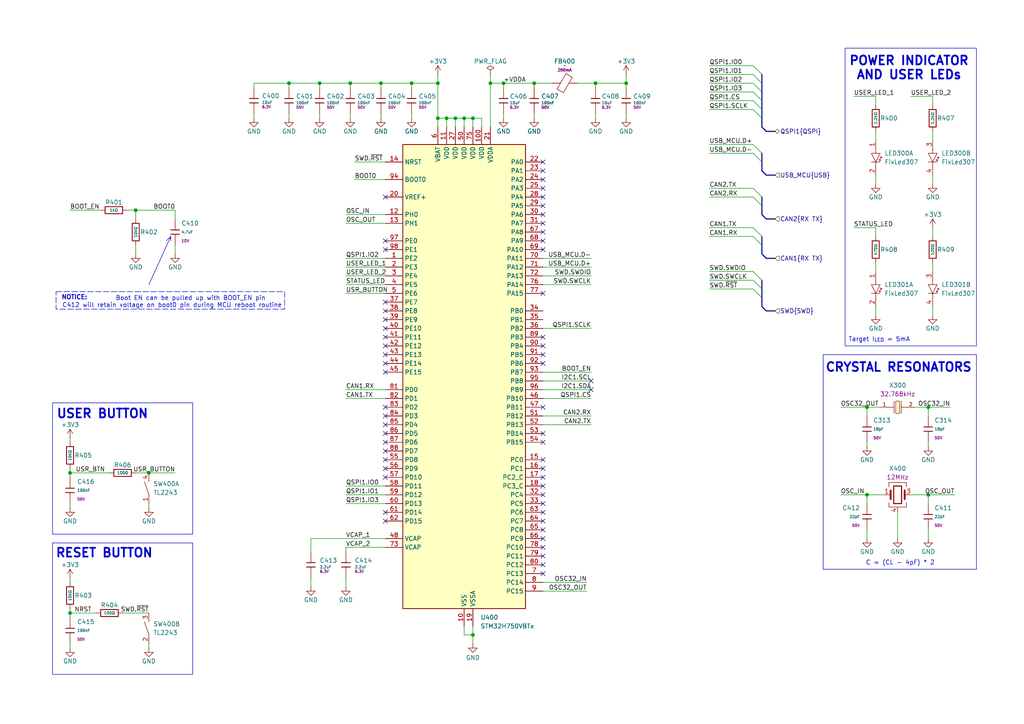
<source format=kicad_sch>
(kicad_sch (version 20231120) (generator "eeschema") (generator_version "8.0")
  (paper "A4")
  (title_block (title "ModuCard base module") (date "2025-02-18") (rev "1.0.0") (company "KoNaR") (comment 1 "Base project authors: Dominik Pluta, Artem Horiunov") (comment 2 "Project author: <author>"))
  (bus_alias "QSPI" (members "IO0" "IO1" "IO2" "IO3" "CS" "SCLK"))
  (bus_alias "SWD" (members "SWCLK" "SWDIO" "~{RST}"))
  (junction (at 83.82 24.13))
  (junction (at 137.16 34.29))
  (junction (at 110.49 24.13))
  (junction (at 20.32 137.16))
  (junction (at 39.37 60.96))
  (junction (at 101.6 24.13))
  (junction (at 269.24 143.51))
  (junction (at 251.46 143.51))
  (junction (at 119.38 24.13))
  (junction (at 154.94 24.13))
  (junction (at 269.24 118.11))
  (junction (at 127 24.13))
  (junction (at 132.08 34.29))
  (junction (at 172.72 24.13))
  (junction (at 181.61 24.13))
  (junction (at 137.16 184.15))
  (junction (at 20.32 177.8))
  (junction (at 129.54 34.29))
  (junction (at 142.24 24.13))
  (junction (at 251.46 118.11))
  (junction (at 134.62 34.29))
  (junction (at 127 34.29))
  (junction (at 146.05 24.13))
  (junction (at 92.71 24.13))
  (junction (at 43.18 137.16))
  (no_connect (at 157.48 161.29))
  (no_connect (at 157.48 102.87))
  (no_connect (at 111.76 151.13))
  (no_connect (at 157.48 64.77))
  (no_connect (at 111.76 69.85))
  (no_connect (at 111.76 105.41))
  (no_connect (at 157.48 163.83))
  (no_connect (at 157.48 125.73))
  (no_connect (at 111.76 135.89))
  (no_connect (at 111.76 138.43))
  (no_connect (at 157.48 97.79))
  (no_connect (at 111.76 120.65))
  (no_connect (at 157.48 158.75))
  (no_connect (at 111.76 87.63))
  (no_connect (at 157.48 49.53))
  (no_connect (at 157.48 148.59))
  (no_connect (at 157.48 100.33))
  (no_connect (at 157.48 46.99))
  (no_connect (at 157.48 128.27))
  (no_connect (at 111.76 148.59))
  (no_connect (at 111.76 102.87))
  (no_connect (at 111.76 125.73))
  (no_connect (at 111.76 128.27))
  (no_connect (at 157.48 151.13))
  (no_connect (at 111.76 100.33))
  (no_connect (at 157.48 54.61))
  (no_connect (at 157.48 59.69))
  (no_connect (at 111.76 107.95))
  (no_connect (at 157.48 57.15))
  (no_connect (at 111.76 92.71))
  (no_connect (at 157.48 140.97))
  (no_connect (at 157.48 133.35))
  (no_connect (at 157.48 166.37))
  (no_connect (at 157.48 72.39))
  (no_connect (at 171.45 113.03))
  (no_connect (at 111.76 133.35))
  (no_connect (at 111.76 72.39))
  (no_connect (at 157.48 118.11))
  (no_connect (at 111.76 130.81))
  (no_connect (at 157.48 105.41))
  (no_connect (at 111.76 97.79))
  (no_connect (at 171.45 110.49))
  (no_connect (at 111.76 118.11))
  (no_connect (at 157.48 146.05))
  (no_connect (at 157.48 85.09))
  (no_connect (at 157.48 135.89))
  (no_connect (at 157.48 143.51))
  (no_connect (at 157.48 69.85))
  (no_connect (at 157.48 52.07))
  (no_connect (at 157.48 138.43))
  (no_connect (at 157.48 156.21))
  (no_connect (at 111.76 57.15))
  (no_connect (at 111.76 90.17))
  (no_connect (at 157.48 67.31))
  (no_connect (at 111.76 95.25))
  (no_connect (at 157.48 62.23))
  (no_connect (at 111.76 123.19))
  (no_connect (at 157.48 153.67))
  (bus_entry (at 220.98 31.75) (size -2.54 -2.54))
  (bus_entry (at 220.98 21.59) (size -2.54 -2.54))
  (bus_entry (at 218.44 81.28) (size 2.54 2.54))
  (bus_entry (at 218.44 68.58) (size 2.54 2.54))
  (bus_entry (at 220.98 34.29) (size -2.54 -2.54))
  (bus_entry (at 218.44 54.61) (size 2.54 2.54))
  (bus_entry (at 218.44 83.82) (size 2.54 2.54))
  (bus_entry (at 220.98 26.67) (size -2.54 -2.54))
  (bus_entry (at 220.98 46.99) (size -2.54 -2.54))
  (bus_entry (at 218.44 57.15) (size 2.54 2.54))
  (bus_entry (at 220.98 29.21) (size -2.54 -2.54))
  (bus_entry (at 218.44 66.04) (size 2.54 2.54))
  (bus_entry (at 220.98 44.45) (size -2.54 -2.54))
  (bus_entry (at 220.98 24.13) (size -2.54 -2.54))
  (bus_entry (at 218.44 78.74) (size 2.54 2.54))
  (bus (pts (xy 220.98 26.67) (xy 220.98 29.21)))
  (wire (pts (xy 90.17 156.21) (xy 90.17 160.02)))
  (wire (pts (xy 100.33 160.02) (xy 100.33 158.75)))
  (wire (pts (xy 264.16 27.94) (xy 270.51 27.94)))
  (wire (pts (xy 119.38 33.02) (xy 119.38 34.29)))
  (wire (pts (xy 269.24 129.54) (xy 269.24 128.27)))
  (wire (pts (xy 218.44 19.05) (xy 205.74 19.05)))
  (wire (pts (xy 43.18 137.16) (xy 50.8 137.16)))
  (wire (pts (xy 157.48 80.01) (xy 171.45 80.01)))
  (wire (pts (xy 270.51 76.2) (xy 270.51 78.74)))
  (wire (pts (xy 260.35 148.59) (xy 260.35 156.21)))
  (wire (pts (xy 90.17 156.21) (xy 111.76 156.21)))
  (wire (pts (xy 254 38.1) (xy 254 40.64)))
  (bus (pts (xy 222.25 90.17) (xy 224.79 90.17)))
  (wire (pts (xy 172.72 24.13) (xy 181.61 24.13)))
  (wire (pts (xy 157.48 113.03) (xy 171.45 113.03)))
  (wire (pts (xy 127 21.59) (xy 127 24.13)))
  (bus (pts (xy 220.98 86.36) (xy 220.98 88.9)))
  (wire (pts (xy 134.62 34.29) (xy 134.62 36.83)))
  (wire (pts (xy 157.48 110.49) (xy 171.45 110.49)))
  (wire (pts (xy 127 34.29) (xy 129.54 34.29)))
  (wire (pts (xy 50.8 60.96) (xy 50.8 63.5)))
  (wire (pts (xy 20.32 137.16) (xy 20.32 138.43)))
  (wire (pts (xy 39.37 137.16) (xy 43.18 137.16)))
  (wire (pts (xy 270.51 68.58) (xy 270.51 66.04)))
  (wire (pts (xy 20.32 135.89) (xy 20.32 137.16)))
  (wire (pts (xy 20.32 176.53) (xy 20.32 177.8)))
  (wire (pts (xy 269.24 143.51) (xy 269.24 146.05)))
  (wire (pts (xy 50.8 71.12) (xy 50.8 73.66)))
  (wire (pts (xy 139.7 34.29) (xy 139.7 36.83)))
  (bus (pts (xy 222.25 38.1) (xy 224.79 38.1)))
  (wire (pts (xy 251.46 118.11) (xy 251.46 120.65)))
  (wire (pts (xy 205.74 66.04) (xy 218.44 66.04)))
  (wire (pts (xy 100.33 115.57) (xy 111.76 115.57)))
  (wire (pts (xy 101.6 24.13) (xy 101.6 25.4)))
  (wire (pts (xy 100.33 85.09) (xy 111.76 85.09)))
  (wire (pts (xy 39.37 60.96) (xy 50.8 60.96)))
  (wire (pts (xy 20.32 186.69) (xy 20.32 187.96)))
  (wire (pts (xy 270.51 88.9) (xy 270.51 91.44)))
  (wire (pts (xy 218.44 26.67) (xy 205.74 26.67)))
  (wire (pts (xy 20.32 177.8) (xy 27.94 177.8)))
  (bus (pts (xy 222.25 63.5) (xy 220.98 62.23)))
  (wire (pts (xy 132.08 34.29) (xy 129.54 34.29)))
  (wire (pts (xy 101.6 24.13) (xy 110.49 24.13)))
  (wire (pts (xy 251.46 143.51) (xy 256.54 143.51)))
  (wire (pts (xy 90.17 167.64) (xy 90.17 170.18)))
  (wire (pts (xy 102.87 46.99) (xy 111.76 46.99)))
  (wire (pts (xy 218.44 29.21) (xy 205.74 29.21)))
  (bus (pts (xy 220.98 83.82) (xy 220.98 86.36)))
  (wire (pts (xy 36.83 60.96) (xy 39.37 60.96)))
  (wire (pts (xy 218.44 44.45) (xy 205.74 44.45)))
  (wire (pts (xy 20.32 127) (xy 20.32 128.27)))
  (wire (pts (xy 100.33 64.77) (xy 111.76 64.77)))
  (bus (pts (xy 220.98 24.13) (xy 220.98 26.67)))
  (wire (pts (xy 269.24 118.11) (xy 275.59 118.11)))
  (bus (pts (xy 220.98 21.59) (xy 220.98 24.13)))
  (wire (pts (xy 247.65 27.94) (xy 254 27.94)))
  (wire (pts (xy 134.62 184.15) (xy 137.16 184.15)))
  (wire (pts (xy 43.18 147.32) (xy 43.18 146.05)))
  (wire (pts (xy 83.82 33.02) (xy 83.82 34.29)))
  (wire (pts (xy 254 88.9) (xy 254 91.44)))
  (wire (pts (xy 100.33 74.93) (xy 111.76 74.93)))
  (wire (pts (xy 254 68.58) (xy 254 66.04)))
  (wire (pts (xy 265.43 118.11) (xy 269.24 118.11)))
  (wire (pts (xy 243.84 118.11) (xy 251.46 118.11)))
  (bus (pts (xy 222.25 74.93) (xy 220.98 73.66)))
  (wire (pts (xy 251.46 156.21) (xy 251.46 153.67)))
  (wire (pts (xy 142.24 21.59) (xy 142.24 24.13)))
  (bus (pts (xy 220.98 31.75) (xy 220.98 34.29)))
  (wire (pts (xy 137.16 34.29) (xy 137.16 36.83)))
  (wire (pts (xy 134.62 34.29) (xy 132.08 34.29)))
  (wire (pts (xy 247.65 66.04) (xy 254 66.04)))
  (wire (pts (xy 100.33 143.51) (xy 111.76 143.51)))
  (wire (pts (xy 254 50.8) (xy 254 53.34)))
  (wire (pts (xy 205.74 81.28) (xy 218.44 81.28)))
  (wire (pts (xy 154.94 24.13) (xy 160.02 24.13)))
  (bus (pts (xy 222.25 74.93) (xy 224.79 74.93)))
  (bus (pts (xy 220.98 29.21) (xy 220.98 31.75)))
  (wire (pts (xy 127 24.13) (xy 127 34.29)))
  (wire (pts (xy 157.48 77.47) (xy 171.45 77.47)))
  (wire (pts (xy 270.51 30.48) (xy 270.51 27.94)))
  (wire (pts (xy 110.49 24.13) (xy 119.38 24.13)))
  (wire (pts (xy 157.48 95.25) (xy 171.45 95.25)))
  (wire (pts (xy 157.48 115.57) (xy 171.45 115.57)))
  (wire (pts (xy 20.32 137.16) (xy 31.75 137.16)))
  (wire (pts (xy 73.66 24.13) (xy 83.82 24.13)))
  (wire (pts (xy 181.61 21.59) (xy 181.61 24.13)))
  (bus (pts (xy 222.25 90.17) (xy 220.98 88.9)))
  (wire (pts (xy 92.71 33.02) (xy 92.71 34.29)))
  (bus (pts (xy 220.98 57.15) (xy 220.98 59.69)))
  (wire (pts (xy 157.48 123.19) (xy 171.45 123.19)))
  (wire (pts (xy 119.38 24.13) (xy 127 24.13)))
  (wire (pts (xy 181.61 33.02) (xy 181.61 34.29)))
  (wire (pts (xy 264.16 143.51) (xy 269.24 143.51)))
  (wire (pts (xy 102.87 52.07) (xy 111.76 52.07)))
  (wire (pts (xy 205.74 83.82) (xy 218.44 83.82)))
  (wire (pts (xy 100.33 167.64) (xy 100.33 170.18)))
  (polyline (pts (xy 49.53 68.58) (xy 49.53 69.85)))
  (wire (pts (xy 170.18 171.45) (xy 157.48 171.45)))
  (polyline (pts (xy 48.26 69.85) (xy 49.53 68.58)))
  (wire (pts (xy 100.33 158.75) (xy 111.76 158.75)))
  (bus (pts (xy 220.98 83.82) (xy 220.98 81.28)))
  (bus (pts (xy 220.98 46.99) (xy 220.98 49.53)))
  (wire (pts (xy 270.51 50.8) (xy 270.51 53.34)))
  (wire (pts (xy 157.48 82.55) (xy 171.45 82.55)))
  (wire (pts (xy 157.48 107.95) (xy 171.45 107.95)))
  (wire (pts (xy 129.54 34.29) (xy 129.54 36.83)))
  (wire (pts (xy 100.33 140.97) (xy 111.76 140.97)))
  (wire (pts (xy 157.48 74.93) (xy 171.45 74.93)))
  (wire (pts (xy 127 36.83) (xy 127 34.29)))
  (wire (pts (xy 100.33 62.23) (xy 111.76 62.23)))
  (bus (pts (xy 222.25 50.8) (xy 224.79 50.8)))
  (wire (pts (xy 205.74 54.61) (xy 218.44 54.61)))
  (bus (pts (xy 220.98 71.12) (xy 220.98 68.58)))
  (bus (pts (xy 220.98 71.12) (xy 220.98 73.66)))
  (wire (pts (xy 83.82 24.13) (xy 92.71 24.13)))
  (wire (pts (xy 172.72 33.02) (xy 172.72 34.29)))
  (wire (pts (xy 43.18 186.69) (xy 43.18 187.96)))
  (wire (pts (xy 154.94 33.02) (xy 154.94 34.29)))
  (wire (pts (xy 100.33 80.01) (xy 111.76 80.01)))
  (wire (pts (xy 146.05 33.02) (xy 146.05 34.29)))
  (wire (pts (xy 218.44 21.59) (xy 205.74 21.59)))
  (bus (pts (xy 220.98 59.69) (xy 220.98 62.23)))
  (bus (pts (xy 220.98 34.29) (xy 220.98 36.83)))
  (wire (pts (xy 35.56 177.8) (xy 43.18 177.8)))
  (wire (pts (xy 172.72 25.4) (xy 172.72 24.13)))
  (wire (pts (xy 270.51 38.1) (xy 270.51 40.64)))
  (wire (pts (xy 39.37 73.66) (xy 39.37 71.12)))
  (wire (pts (xy 181.61 25.4) (xy 181.61 24.13)))
  (bus (pts (xy 222.25 38.1) (xy 220.98 36.83)))
  (wire (pts (xy 101.6 33.02) (xy 101.6 34.29)))
  (wire (pts (xy 142.24 24.13) (xy 142.24 36.83)))
  (wire (pts (xy 20.32 168.91) (xy 20.32 167.64)))
  (polyline (pts (xy 43.18 82.55) (xy 49.53 68.58)))
  (wire (pts (xy 218.44 24.13) (xy 205.74 24.13)))
  (wire (pts (xy 137.16 34.29) (xy 139.7 34.29)))
  (wire (pts (xy 205.74 78.74) (xy 218.44 78.74)))
  (wire (pts (xy 110.49 24.13) (xy 110.49 25.4)))
  (wire (pts (xy 170.18 168.91) (xy 157.48 168.91)))
  (wire (pts (xy 137.16 34.29) (xy 134.62 34.29)))
  (wire (pts (xy 251.46 118.11) (xy 255.27 118.11)))
  (wire (pts (xy 20.32 177.8) (xy 20.32 179.07)))
  (wire (pts (xy 146.05 25.4) (xy 146.05 24.13)))
  (wire (pts (xy 20.32 146.05) (xy 20.32 147.32)))
  (wire (pts (xy 146.05 24.13) (xy 154.94 24.13)))
  (wire (pts (xy 73.66 33.02) (xy 73.66 34.29)))
  (wire (pts (xy 269.24 156.21) (xy 269.24 153.67)))
  (wire (pts (xy 269.24 118.11) (xy 269.24 120.65)))
  (wire (pts (xy 142.24 24.13) (xy 146.05 24.13)))
  (wire (pts (xy 205.74 57.15) (xy 218.44 57.15)))
  (wire (pts (xy 83.82 24.13) (xy 83.82 25.4)))
  (wire (pts (xy 269.24 143.51) (xy 276.86 143.51)))
  (wire (pts (xy 110.49 33.02) (xy 110.49 34.29)))
  (wire (pts (xy 254 76.2) (xy 254 78.74)))
  (wire (pts (xy 100.33 77.47) (xy 111.76 77.47)))
  (wire (pts (xy 92.71 24.13) (xy 101.6 24.13)))
  (wire (pts (xy 205.74 68.58) (xy 218.44 68.58)))
  (wire (pts (xy 100.33 113.03) (xy 111.76 113.03)))
  (wire (pts (xy 218.44 41.91) (xy 205.74 41.91)))
  (wire (pts (xy 137.16 184.15) (xy 137.16 186.69)))
  (bus (pts (xy 220.98 44.45) (xy 220.98 46.99)))
  (wire (pts (xy 251.46 143.51) (xy 251.46 146.05)))
  (wire (pts (xy 243.84 143.51) (xy 251.46 143.51)))
  (wire (pts (xy 132.08 34.29) (xy 132.08 36.83)))
  (wire (pts (xy 100.33 82.55) (xy 111.76 82.55)))
  (wire (pts (xy 218.44 31.75) (xy 205.74 31.75)))
  (wire (pts (xy 20.32 60.96) (xy 29.21 60.96)))
  (wire (pts (xy 254 27.94) (xy 254 30.48)))
  (wire (pts (xy 100.33 146.05) (xy 111.76 146.05)))
  (wire (pts (xy 251.46 129.54) (xy 251.46 128.27)))
  (bus (pts (xy 222.25 63.5) (xy 224.79 63.5)))
  (wire (pts (xy 154.94 25.4) (xy 154.94 24.13)))
  (wire (pts (xy 167.64 24.13) (xy 172.72 24.13)))
  (wire (pts (xy 39.37 60.96) (xy 39.37 63.5)))
  (wire (pts (xy 73.66 24.13) (xy 73.66 25.4)))
  (wire (pts (xy 134.62 181.61) (xy 134.62 184.15)))
  (wire (pts (xy 92.71 24.13) (xy 92.71 25.4)))
  (wire (pts (xy 157.48 120.65) (xy 171.45 120.65)))
  (bus (pts (xy 222.25 50.8) (xy 220.98 49.53)))
  (wire (pts (xy 119.38 24.13) (xy 119.38 25.4)))
  (wire (pts (xy 137.16 184.15) (xy 137.16 181.61)))
  (rectangle (start 245.11 13.97) (end 283.21 100.33))
  (rectangle (start 15.24 116.84) (end 55.88 154.94))
  (rectangle (start 16.256 84.582) (end 82.55 89.662) (stroke (width 0) (type dash)))
  (rectangle (start 15.24 157.48) (end 55.88 195.58))
  (rectangle (start 238.76 102.87) (end 283.21 165.1))
  (text "                Boot EN can be pulled up with BOOT_EN pin\nC412 will retain voltage on boot0 pin during MCU reboot routine" (at 18.034 87.63 0) (effects (font (size 1.27 1.27)) (justify left)))
  (text "RESET BUTTON" (at 16.002 160.528 0) (effects (font (size 2.54 2.54) (thickness 0.508) (bold yes)) (justify left)))
  (text "C = (CL - 4pF) * 2\n" (at 261.112 163.322 0) (effects (font (size 1.27 1.27))))
  (text "CRYSTAL RESONATORS" (at 239.268 106.68 0) (effects (font (size 2.54 2.54) (thickness 0.508) (bold yes)) (justify left)))
  (text "POWER INDICATOR\nAND USER LEDs" (at 263.652 19.812 0) (effects (font (size 2.54 2.54) (thickness 0.508) (bold yes))))
  (text "NOTICE:" (at 21.59 86.36 0) (effects (font (size 1.27 1.27) (thickness 0.254) (bold yes))))
  (text "Target I_{LED} = 5mA" (at 255.016 98.552 0) (effects (font (size 1.27 1.27))))
  (text "USER BUTTON" (at 16.256 120.142 0) (effects (font (size 2.54 2.54) (thickness 0.508) (bold yes)) (justify left)))
  (label "USER_LED_1" (at 100.33 77.47 0))
  (label "CAN2.RX" (at 171.45 120.65 180))
  (label "OSC32_IN" (at 275.59 118.11 180))
  (label "CAN1.RX" (at 100.33 113.03 0))
  (label "CAN1.TX" (at 100.33 115.57 0))
  (label "STATUS_LED" (at 247.65 66.04 0))
  (label "+VDDA" (at 146.05 24.13 0))
  (label "OSC32_OUT" (at 243.84 118.11 0))
  (label "USR_BUTTON" (at 100.33 85.09 0))
  (label "USR_BTN" (at 30.48 137.16 180))
  (label "USER_LED_1" (at 247.65 27.94 0))
  (label "QSPI1.IO2" (at 205.74 24.13 0))
  (label "USB_MCU.D+" (at 171.45 77.47 180))
  (label "SWD.~{RST}" (at 43.18 177.8 180))
  (label "NRST" (at 21.59 177.8 0))
  (label "SWD.SWDIO" (at 205.74 78.74 0))
  (label "USB_MCU.D-" (at 205.74 44.45 0))
  (label "OSC32_IN" (at 170.18 168.91 180))
  (label "OSC_OUT" (at 276.86 143.51 180))
  (label "QSPI1.IO3" (at 205.74 26.67 0))
  (label "QSPI1.IO1" (at 205.74 21.59 0))
  (label "I2C1.SDA" (at 171.45 113.03 180))
  (label "QSPI1.SCLK" (at 205.74 31.75 0))
  (label "I2C1.SCL" (at 171.45 110.49 180))
  (label "SWD.SWCLK" (at 205.74 81.28 0))
  (label "SWD.~{RST}" (at 205.74 83.82 0))
  (label "QSPI1.IO0" (at 100.33 140.97 0))
  (label "BOOT_EN" (at 171.45 107.95 180))
  (label "OSC32_OUT" (at 170.18 171.45 180))
  (label "CAN1.RX" (at 205.74 68.58 0))
  (label "CAN2.RX" (at 205.74 57.15 0))
  (label "QSPI1.CS" (at 205.74 29.21 0))
  (label "OSC_OUT" (at 100.33 64.77 0))
  (label "QSPI1.IO3" (at 100.33 146.05 0))
  (label "VCAP_1" (at 100.33 156.21 0))
  (label "BOOT0" (at 102.87 52.07 0))
  (label "OSC_IN" (at 100.33 62.23 0))
  (label "USER_LED_2" (at 264.16 27.94 0))
  (label "QSPI1.IO0" (at 205.74 19.05 0))
  (label "CAN2.TX" (at 205.74 54.61 0))
  (label "USR_BUTTON" (at 50.8 137.16 180))
  (label "SWD.SWDIO" (at 171.45 80.01 180))
  (label "SWD.~{RST}" (at 102.87 46.99 0))
  (label "QSPI1.CS" (at 171.45 115.57 180))
  (label "USER_LED_2" (at 100.33 80.01 0))
  (label "OSC_IN" (at 243.84 143.51 0))
  (label "USB_MCU.D-" (at 171.45 74.93 180))
  (label "VCAP_2" (at 100.33 158.75 0))
  (label "STATUS_LED" (at 100.33 82.55 0))
  (label "BOOT0" (at 50.8 60.96 180))
  (label "QSPI1.SCLK" (at 171.45 95.25 180))
  (label "BOOT_EN" (at 20.32 60.96 0))
  (label "USB_MCU.D+" (at 205.74 41.91 0))
  (label "SWD.SWCLK" (at 171.45 82.55 180))
  (label "CAN2.TX" (at 171.45 123.19 180))
  (label "QSPI1.IO2" (at 100.33 74.93 0))
  (label "CAN1.TX" (at 205.74 66.04 0))
  (label "QSPI1.IO1" (at 100.33 143.51 0))
  (hierarchical_label "CAN2{RX TX}" (shape input) (at 224.79 63.5 0))
  (hierarchical_label "USB_MCU{USB}" (shape input) (at 224.79 50.8 0))
  (hierarchical_label "SWD{SWD}" (shape input) (at 224.79 90.17 0))
  (hierarchical_label "QSPI1{QSPI}" (shape bidirectional) (at 224.79 38.1 0))
  (hierarchical_label "CAN1{RX TX}" (shape input) (at 224.79 74.93 0))
  (symbol (lib_id "power:GND") (at 20.32 147.32 0) (unit 1)
    (property "Reference" "#PWR0425" (effects (hide yes)))
    (property "Value" "GND" (at 20.32 151.13 0))
    (property "Description" "Power symbol creates a global label with name \"GND\" , ground" (effects (hide yes)))
  )
  (symbol (lib_id "power:GND") (at 269.24 129.54 0) (unit 1)
    (property "Reference" "#PWR0332" (effects (hide yes)))
    (property "Value" "GND" (at 269.24 133.35 0))
    (property "Description" "Power symbol creates a global label with name \"GND\" , ground" (effects (hide yes)))
  )
  (symbol (lib_id "TL2243:TL2243") (at 43.18 181.61 90) (unit 2)
    (property "Reference" "SW400" (at 44.45 180.9749 90) (effects (justify right)))
    (property "Value" "TL2243" (at 44.45 183.5149 90) (effects (justify right)))
    (property "Footprint" "TL2243:TL2243" (effects (hide yes)))
    (property "Datasheet" "https://www.lcsc.com/datasheet/lcsc_datasheet_2410121841_E-Switch-TL2243_C273515.pdf" (effects (hide yes)))
    (property "Description" "Double Stack Switch" (effects (hide yes)))
  )
  (symbol (lib_id "power:GND") (at 92.71 34.29 0) (unit 1)
    (property "Reference" "#PWR0404" (effects (hide yes)))
    (property "Value" "GND" (at 92.71 38.1 0))
    (property "Description" "Power symbol creates a global label with name \"GND\" , ground" (effects (hide yes)))
  )
  (symbol (lib_id "PCM_JLCPCB-Capacitors:0402,4.7uF") (at 50.8 67.31 0) (unit 1)
    (property "Reference" "C410" (at 52.578 64.77 0) (effects (justify left)))
    (property "Value" "4.7uF" (at 52.578 67.3101 0) (effects (font (size 0.8 0.8)) (justify left)))
    (property "Footprint" "PCM_JLCPCB:C_0402" (effects (hide yes)))
    (property "Datasheet" "https://www.lcsc.com/datasheet/lcsc_datasheet_2304140030_Samsung-Electro-Mechanics-CL05A475MP5NRNC_C23733.pdf" (effects (hide yes)))
    (property "Description" "10V 4.7uF X5R ±20% 0402 Multilayer Ceramic Capacitors MLCC - SMD/SMT ROHS" (effects (hide yes)))
    (property "LCSC" "C23733" (effects (hide yes)))
    (property "Stock" "556737" (effects (hide yes)))
    (property "Price" "0.008USD" (effects (hide yes)))
    (property "Process" "SMT" (effects (hide yes)))
    (property "Minimum Qty" "20" (effects (hide yes)))
    (property "Attrition Qty" "10" (effects (hide yes)))
    (property "Class" "Basic Component" (effects (hide yes)))
    (property "Category" "Capacitors,Multilayer Ceramic Capacitors MLCC - SMD/SMT" (effects (hide yes)))
    (property "Manufacturer" "Samsung Electro-Mechanics" (effects (hide yes)))
    (property "Part" "CL05A475MP5NRNC" (effects (hide yes)))
    (property "Voltage Rated" "10V" (at 52.578 69.8501 0) (effects (font (size 0.8 0.8)) (justify left)))
    (property "Tolerance" "±20%" (effects (hide yes)))
    (property "Capacitance" "4.7uF" (effects (hide yes)))
    (property "Temperature Coefficient" "X5R" (effects (hide yes)))
  )
  (symbol (lib_id "PCM_JLCPCB-Capacitors:0402,100nF,(2)") (at 110.49 29.21 0) (unit 1)
    (property "Reference" "C404" (at 112.522 27.94 0) (effects (justify left)))
    (property "Value" "100nF" (at 112.522 29.845 0) (effects (font (size 0.8 0.8)) (justify left)))
    (property "Footprint" "PCM_JLCPCB:C_0402" (effects (hide yes)))
    (property "Datasheet" "https://www.lcsc.com/datasheet/lcsc_datasheet_2304140030_Samsung-Electro-Mechanics-CL05B104KB54PNC_C307331.pdf" (effects (hide yes)))
    (property "Description" "50V 100nF X7R ±10% 0402 Multilayer Ceramic Capacitors MLCC - SMD/SMT ROHS" (effects (hide yes)))
    (property "LCSC" "C307331" (effects (hide yes)))
    (property "Stock" "5358037" (effects (hide yes)))
    (property "Price" "0.008USD" (effects (hide yes)))
    (property "Process" "SMT" (effects (hide yes)))
    (property "Minimum Qty" "20" (effects (hide yes)))
    (property "Attrition Qty" "10" (effects (hide yes)))
    (property "Class" "Basic Component" (effects (hide yes)))
    (property "Category" "Capacitors,Multilayer Ceramic Capacitors MLCC - SMD/SMT" (effects (hide yes)))
    (property "Manufacturer" "Samsung Electro-Mechanics" (effects (hide yes)))
    (property "Part" "CL05B104KB54PNC" (effects (hide yes)))
    (property "Voltage Rated" "50V" (at 112.522 31.115 0) (effects (font (size 0.8 0.8)) (justify left)))
    (property "Tolerance" "±10%" (effects (hide yes)))
    (property "Capacitance" "100nF" (effects (hide yes)))
    (property "Temperature Coefficient" "X7R" (effects (hide yes)))
  )
  (symbol (lib_id "power:GND") (at 270.51 91.44 0) (unit 1)
    (property "Reference" "#PWR0433" (effects (hide yes)))
    (property "Value" "GND" (at 270.51 95.25 0))
    (property "Description" "Power symbol creates a global label with name \"GND\" , ground" (effects (hide yes)))
  )
  (symbol (lib_id "power:GND") (at 146.05 34.29 0) (unit 1)
    (property "Reference" "#PWR0408" (effects (hide yes)))
    (property "Value" "GND" (at 146.05 38.1 0))
    (property "Description" "Power symbol creates a global label with name \"GND\" , ground" (effects (hide yes)))
  )
  (symbol (lib_id "power:GND") (at 137.16 186.69 0) (unit 1)
    (property "Reference" "#PWR0423" (effects (hide yes)))
    (property "Value" "GND" (at 137.16 190.754 0))
    (property "Description" "Power symbol creates a global label with name \"GND\" , ground" (effects (hide yes)))
  )
  (symbol (lib_id "power:GND") (at 43.18 187.96 0) (unit 1)
    (property "Reference" "#PWR0421" (effects (hide yes)))
    (property "Value" "GND" (at 43.18 191.77 0))
    (property "Description" "Power symbol creates a global label with name \"GND\" , ground" (effects (hide yes)))
  )
  (symbol (lib_id "PCM_JLCPCB-Capacitors:0402,100nF,(2)") (at 83.82 29.21 0) (unit 1)
    (property "Reference" "C401" (at 85.852 27.94 0) (effects (justify left)))
    (property "Value" "100nF" (at 85.852 29.845 0) (effects (font (size 0.8 0.8)) (justify left)))
    (property "Footprint" "PCM_JLCPCB:C_0402" (effects (hide yes)))
    (property "Datasheet" "https://www.lcsc.com/datasheet/lcsc_datasheet_2304140030_Samsung-Electro-Mechanics-CL05B104KB54PNC_C307331.pdf" (effects (hide yes)))
    (property "Description" "50V 100nF X7R ±10% 0402 Multilayer Ceramic Capacitors MLCC - SMD/SMT ROHS" (effects (hide yes)))
    (property "LCSC" "C307331" (effects (hide yes)))
    (property "Stock" "5358037" (effects (hide yes)))
    (property "Price" "0.008USD" (effects (hide yes)))
    (property "Process" "SMT" (effects (hide yes)))
    (property "Minimum Qty" "20" (effects (hide yes)))
    (property "Attrition Qty" "10" (effects (hide yes)))
    (property "Class" "Basic Component" (effects (hide yes)))
    (property "Category" "Capacitors,Multilayer Ceramic Capacitors MLCC - SMD/SMT" (effects (hide yes)))
    (property "Manufacturer" "Samsung Electro-Mechanics" (effects (hide yes)))
    (property "Part" "CL05B104KB54PNC" (effects (hide yes)))
    (property "Voltage Rated" "50V" (at 85.852 31.115 0) (effects (font (size 0.8 0.8)) (justify left)))
    (property "Tolerance" "±10%" (effects (hide yes)))
    (property "Capacitance" "100nF" (effects (hide yes)))
    (property "Temperature Coefficient" "X7R" (effects (hide yes)))
  )
  (symbol (lib_id "PCM_JLCPCB-Capacitors:0402,22pF") (at 251.46 149.86 0) (unit 1)
    (property "Reference" "C412" (at 249.428 147.3199 0) (effects (justify right)))
    (property "Value" "22pF" (at 249.428 149.86 0) (effects (font (size 0.8 0.8)) (justify right)))
    (property "Footprint" "PCM_JLCPCB:C_0402" (effects (hide yes)))
    (property "Datasheet" "https://www.lcsc.com/datasheet/lcsc_datasheet_2304140030_FH--Guangdong-Fenghua-Advanced-Tech-0402CG220J500NT_C1555.pdf" (effects (hide yes)))
    (property "Description" "50V 22pF C0G ±5% 0402 Multilayer Ceramic Capacitors MLCC - SMD/SMT ROHS" (effects (hide yes)))
    (property "LCSC" "C1555" (effects (hide yes)))
    (property "Stock" "1656751" (effects (hide yes)))
    (property "Price" "0.004USD" (effects (hide yes)))
    (property "Process" "SMT" (effects (hide yes)))
    (property "Minimum Qty" "20" (effects (hide yes)))
    (property "Attrition Qty" "10" (effects (hide yes)))
    (property "Class" "Basic Component" (effects (hide yes)))
    (property "Category" "Capacitors,Multilayer Ceramic Capacitors MLCC - SMD/SMT" (effects (hide yes)))
    (property "Manufacturer" "FH(Guangdong Fenghua Advanced Tech)" (effects (hide yes)))
    (property "Part" "0402CG220J500NT" (effects (hide yes)))
    (property "Voltage Rated" "50V" (at 249.428 152.4 0) (effects (font (size 0.8 0.8)) (justify right)))
    (property "Tolerance" "±5%" (effects (hide yes)))
    (property "Capacitance" "22pF" (effects (hide yes)))
    (property "Temperature Coefficient" "C0G" (effects (hide yes)))
  )
  (symbol (lib_id "PCM_JLCPCB-Capacitors:0402,100nF,(2)") (at 92.71 29.21 0) (unit 1)
    (property "Reference" "C402" (at 94.742 27.94 0) (effects (justify left)))
    (property "Value" "100nF" (at 94.742 29.845 0) (effects (font (size 0.8 0.8)) (justify left)))
    (property "Footprint" "PCM_JLCPCB:C_0402" (effects (hide yes)))
    (property "Datasheet" "https://www.lcsc.com/datasheet/lcsc_datasheet_2304140030_Samsung-Electro-Mechanics-CL05B104KB54PNC_C307331.pdf" (effects (hide yes)))
    (property "Description" "50V 100nF X7R ±10% 0402 Multilayer Ceramic Capacitors MLCC - SMD/SMT ROHS" (effects (hide yes)))
    (property "LCSC" "C307331" (effects (hide yes)))
    (property "Stock" "5358037" (effects (hide yes)))
    (property "Price" "0.008USD" (effects (hide yes)))
    (property "Process" "SMT" (effects (hide yes)))
    (property "Minimum Qty" "20" (effects (hide yes)))
    (property "Attrition Qty" "10" (effects (hide yes)))
    (property "Class" "Basic Component" (effects (hide yes)))
    (property "Category" "Capacitors,Multilayer Ceramic Capacitors MLCC - SMD/SMT" (effects (hide yes)))
    (property "Manufacturer" "Samsung Electro-Mechanics" (effects (hide yes)))
    (property "Part" "CL05B104KB54PNC" (effects (hide yes)))
    (property "Voltage Rated" "50V" (at 94.742 31.115 0) (effects (font (size 0.8 0.8)) (justify left)))
    (property "Tolerance" "±10%" (effects (hide yes)))
    (property "Capacitance" "100nF" (effects (hide yes)))
    (property "Temperature Coefficient" "X7R" (effects (hide yes)))
  )
  (symbol (lib_id "TL2243:TL2243") (at 43.18 140.97 90) (unit 1)
    (property "Reference" "SW400" (at 44.45 140.3349 90) (effects (justify right)))
    (property "Value" "TL2243" (at 44.45 142.8749 90) (effects (justify right)))
    (property "Footprint" "TL2243:TL2243" (effects (hide yes)))
    (property "Datasheet" "https://www.lcsc.com/datasheet/lcsc_datasheet_2410121841_E-Switch-TL2243_C273515.pdf" (effects (hide yes)))
    (property "Description" "Double Stack Switch" (effects (hide yes)))
  )
  (symbol (lib_id "power:GND") (at 251.46 156.21 0) (unit 1)
    (property "Reference" "#PWR0417" (effects (hide yes)))
    (property "Value" "GND" (at 251.46 160.02 0))
    (property "Description" "Power symbol creates a global label with name \"GND\" , ground" (effects (hide yes)))
  )
  (symbol (lib_id "power:GND") (at 119.38 34.29 0) (unit 1)
    (property "Reference" "#PWR0407" (effects (hide yes)))
    (property "Value" "GND" (at 119.38 38.1 0))
    (property "Description" "Power symbol creates a global label with name \"GND\" , ground" (effects (hide yes)))
  )
  (symbol (lib_id "power:GND") (at 90.17 170.18 0) (unit 1)
    (property "Reference" "#PWR0437" (effects (hide yes)))
    (property "Value" "GND" (at 90.17 173.99 0))
    (property "Description" "Power symbol creates a global label with name \"GND\" , ground" (effects (hide yes)))
  )
  (symbol (lib_id "PCM_JLCPCB-Capacitors:0402,100nF,(2)") (at 181.61 29.21 0) (unit 1)
    (property "Reference" "C409" (at 183.642 27.94 0) (effects (justify left)))
    (property "Value" "100nF" (at 183.642 29.845 0) (effects (font (size 0.8 0.8)) (justify left)))
    (property "Footprint" "PCM_JLCPCB:C_0402" (effects (hide yes)))
    (property "Datasheet" "https://www.lcsc.com/datasheet/lcsc_datasheet_2304140030_Samsung-Electro-Mechanics-CL05B104KB54PNC_C307331.pdf" (effects (hide yes)))
    (property "Description" "50V 100nF X7R ±10% 0402 Multilayer Ceramic Capacitors MLCC - SMD/SMT ROHS" (effects (hide yes)))
    (property "LCSC" "C307331" (effects (hide yes)))
    (property "Stock" "5358037" (effects (hide yes)))
    (property "Price" "0.008USD" (effects (hide yes)))
    (property "Process" "SMT" (effects (hide yes)))
    (property "Minimum Qty" "20" (effects (hide yes)))
    (property "Attrition Qty" "10" (effects (hide yes)))
    (property "Class" "Basic Component" (effects (hide yes)))
    (property "Category" "Capacitors,Multilayer Ceramic Capacitors MLCC - SMD/SMT" (effects (hide yes)))
    (property "Manufacturer" "Samsung Electro-Mechanics" (effects (hide yes)))
    (property "Part" "CL05B104KB54PNC" (effects (hide yes)))
    (property "Voltage Rated" "50V" (at 183.642 31.115 0) (effects (font (size 0.8 0.8)) (justify left)))
    (property "Tolerance" "±10%" (effects (hide yes)))
    (property "Capacitance" "100nF" (effects (hide yes)))
    (property "Temperature Coefficient" "X7R" (effects (hide yes)))
  )
  (symbol (lib_id "power:GND") (at 254 91.44 0) (unit 1)
    (property "Reference" "#PWR0432" (effects (hide yes)))
    (property "Value" "GND" (at 254 95.25 0))
    (property "Description" "Power symbol creates a global label with name \"GND\" , ground" (effects (hide yes)))
  )
  (symbol (lib_id "power:GND") (at 254 53.34 0) (unit 1)
    (property "Reference" "#PWR0430" (effects (hide yes)))
    (property "Value" "GND" (at 254 57.15 0))
    (property "Description" "Power symbol creates a global label with name \"GND\" , ground" (effects (hide yes)))
  )
  (symbol (lib_id "PCM_JLCPCB-Resistors:0402,1.2kΩ") (at 270.51 34.29 0) (unit 1)
    (property "Reference" "R407" (at 271.78 34.29 0) (effects (justify left)))
    (property "Value" "1.2kΩ" (at 270.51 34.29 90) (effects (font (size 0.8 0.8))))
    (property "Footprint" "PCM_JLCPCB:R_0402" (effects (hide yes)))
    (property "Datasheet" "https://www.lcsc.com/datasheet/lcsc_datasheet_2206010045_UNI-ROYAL-Uniroyal-Elec-0402WGF1201TCE_C25862.pdf" (effects (hide yes)))
    (property "Description" "62.5mW Thick Film Resistors 50V ±100ppm/°C ±1% 1.2kΩ 0402 Chip Resistor - Surface Mount ROHS" (effects (hide yes)))
    (property "LCSC" "C25862" (effects (hide yes)))
    (property "Stock" "236021" (effects (hide yes)))
    (property "Price" "0.004USD" (effects (hide yes)))
    (property "Process" "SMT" (effects (hide yes)))
    (property "Minimum Qty" "20" (effects (hide yes)))
    (property "Attrition Qty" "10" (effects (hide yes)))
    (property "Class" "Preferred Component" (effects (hide yes)))
    (property "Category" "Resistors,Chip Resistor - Surface Mount" (effects (hide yes)))
    (property "Manufacturer" "UNI-ROYAL(Uniroyal Elec)" (effects (hide yes)))
    (property "Part" "0402WGF1201TCE" (effects (hide yes)))
    (property "Resistance" "1.2kΩ" (effects (hide yes)))
    (property "Power(Watts)" "62.5mW" (effects (hide yes)))
    (property "Type" "Thick Film Resistors" (effects (hide yes)))
    (property "Overload Voltage (Max)" "50V" (effects (hide yes)))
    (property "Operating Temperature Range" "-55°C~+155°C" (effects (hide yes)))
    (property "Tolerance" "±1%" (effects (hide yes)))
    (property "Temperature Coefficient" "±100ppm/°C" (effects (hide yes)))
  )
  (symbol (lib_id "PCM_JLCPCB-Resistors:0402,10kΩ") (at 20.32 172.72 0) (unit 1)
    (property "Reference" "R403" (at 21.59 172.72 0) (effects (justify left)))
    (property "Value" "10kΩ" (at 20.32 172.72 90) (effects (font (size 0.8 0.8))))
    (property "Footprint" "PCM_JLCPCB:R_0402" (effects (hide yes)))
    (property "Datasheet" "https://www.lcsc.com/datasheet/lcsc_datasheet_2411221126_UNI-ROYAL-Uniroyal-Elec-0402WGF1002TCE_C25744.pdf" (effects (hide yes)))
    (property "Description" "62.5mW Thick Film Resistors 50V ±100ppm/°C ±1% 10kΩ 0402 Chip Resistor - Surface Mount ROHS" (effects (hide yes)))
    (property "LCSC" "C25744" (effects (hide yes)))
    (property "Stock" "14017682" (effects (hide yes)))
    (property "Price" "0.004USD" (effects (hide yes)))
    (property "Process" "SMT" (effects (hide yes)))
    (property "Minimum Qty" "5" (effects (hide yes)))
    (property "Attrition Qty" "0" (effects (hide yes)))
    (property "Class" "Basic Component" (effects (hide yes)))
    (property "Category" "Resistors,Chip Resistor - Surface Mount" (effects (hide yes)))
    (property "Manufacturer" "UNI-ROYAL(Uniroyal Elec)" (effects (hide yes)))
    (property "Part" "0402WGF1002TCE" (effects (hide yes)))
    (property "Resistance" "10kΩ" (effects (hide yes)))
    (property "Power(Watts)" "62.5mW" (effects (hide yes)))
    (property "Type" "Thick Film Resistors" (effects (hide yes)))
    (property "Overload Voltage (Max)" "50V" (effects (hide yes)))
    (property "Operating Temperature Range" "-55°C~+155°C" (effects (hide yes)))
    (property "Tolerance" "±1%" (effects (hide yes)))
    (property "Temperature Coefficient" "±100ppm/°C" (effects (hide yes)))
  )
  (symbol (lib_id "power:GND") (at 39.37 73.66 0) (unit 1)
    (property "Reference" "#PWR0413" (effects (hide yes)))
    (property "Value" "GND" (at 39.37 77.47 0))
    (property "Description" "Power symbol creates a global label with name \"GND\" , ground" (effects (hide yes)))
  )
  (symbol (lib_id "PCM_JLCPCB-Capacitors:0402,18pF") (at 251.46 124.46 0) (unit 1)
    (property "Reference" "C313" (at 253.238 121.92 0) (effects (justify left)))
    (property "Value" "18pF" (at 253.238 124.4601 0) (effects (font (size 0.8 0.8)) (justify left)))
    (property "Footprint" "PCM_JLCPCB:C_0402" (effects (hide yes)))
    (property "Datasheet" "https://www.lcsc.com/datasheet/lcsc_datasheet_2304140030_FH--Guangdong-Fenghua-Advanced-Tech-0402CG180J500NT_C1549.pdf" (effects (hide yes)))
    (property "Description" "50V 18pF C0G ±5% 0402 Multilayer Ceramic Capacitors MLCC - SMD/SMT ROHS" (effects (hide yes)))
    (property "LCSC" "C1549" (effects (hide yes)))
    (property "Stock" "582948" (effects (hide yes)))
    (property "Price" "0.004USD" (effects (hide yes)))
    (property "Process" "SMT" (effects (hide yes)))
    (property "Minimum Qty" "20" (effects (hide yes)))
    (property "Attrition Qty" "10" (effects (hide yes)))
    (property "Class" "Basic Component" (effects (hide yes)))
    (property "Category" "Capacitors,Multilayer Ceramic Capacitors MLCC - SMD/SMT" (effects (hide yes)))
    (property "Manufacturer" "FH(Guangdong Fenghua Advanced Tech)" (effects (hide yes)))
    (property "Part" "0402CG180J500NT" (effects (hide yes)))
    (property "Voltage Rated" "50V" (at 253.238 127.0001 0) (effects (font (size 0.8 0.8)) (justify left)))
    (property "Tolerance" "±5%" (effects (hide yes)))
    (property "Capacitance" "18pF" (effects (hide yes)))
    (property "Temperature Coefficient" "C0G" (effects (hide yes)))
  )
  (symbol (lib_id "PCM_JLCPCB-Capacitors:0402,18pF") (at 269.24 124.46 0) (unit 1)
    (property "Reference" "C314" (at 271.018 121.9199 0) (effects (justify left)))
    (property "Value" "18pF" (at 271.018 124.46 0) (effects (font (size 0.8 0.8)) (justify left)))
    (property "Footprint" "PCM_JLCPCB:C_0402" (effects (hide yes)))
    (property "Datasheet" "https://www.lcsc.com/datasheet/lcsc_datasheet_2304140030_FH--Guangdong-Fenghua-Advanced-Tech-0402CG180J500NT_C1549.pdf" (effects (hide yes)))
    (property "Description" "50V 18pF C0G ±5% 0402 Multilayer Ceramic Capacitors MLCC - SMD/SMT ROHS" (effects (hide yes)))
    (property "LCSC" "C1549" (effects (hide yes)))
    (property "Stock" "582948" (effects (hide yes)))
    (property "Price" "0.004USD" (effects (hide yes)))
    (property "Process" "SMT" (effects (hide yes)))
    (property "Minimum Qty" "20" (effects (hide yes)))
    (property "Attrition Qty" "10" (effects (hide yes)))
    (property "Class" "Basic Component" (effects (hide yes)))
    (property "Category" "Capacitors,Multilayer Ceramic Capacitors MLCC - SMD/SMT" (effects (hide yes)))
    (property "Manufacturer" "FH(Guangdong Fenghua Advanced Tech)" (effects (hide yes)))
    (property "Part" "0402CG180J500NT" (effects (hide yes)))
    (property "Voltage Rated" "50V" (at 271.018 127 0) (effects (font (size 0.8 0.8)) (justify left)))
    (property "Tolerance" "±5%" (effects (hide yes)))
    (property "Capacitance" "18pF" (effects (hide yes)))
    (property "Temperature Coefficient" "C0G" (effects (hide yes)))
  )
  (symbol (lib_id "MCU_ST_STM32H7:STM32H750VBTx") (at 134.62 110.49 0) (unit 1)
    (property "Reference" "U400" (at 139.3541 179.07 0) (effects (justify left)))
    (property "Value" "STM32H750VBTx" (at 139.3541 181.61 0) (effects (justify left)))
    (property "Footprint" "Package_QFP:LQFP-100_14x14mm_P0.5mm" (effects (hide yes)))
    (property "Datasheet" "https://www.st.com/resource/en/datasheet/stm32h750vb.pdf" (effects (hide yes)))
    (property "Description" "STMicroelectronics Arm Cortex-M7 MCU, 128KB flash, 1024KB RAM, 480 MHz, 1.71-3.6V, 82 GPIO, LQFP100" (effects (hide yes)))
  )
  (symbol (lib_id "power:GND") (at 270.51 53.34 0) (unit 1)
    (property "Reference" "#PWR0431" (effects (hide yes)))
    (property "Value" "GND" (at 270.51 57.15 0))
    (property "Description" "Power symbol creates a global label with name \"GND\" , ground" (effects (hide yes)))
  )
  (symbol (lib_id "power:+5V") (at 181.61 21.59 0) (unit 1)
    (property "Reference" "#PWR0401" (effects (hide yes)))
    (property "Value" "+3V3" (at 181.61 17.78 0))
    (property "Description" "Power symbol creates a global label with name \"+5V\"" (effects (hide yes)))
  )
  (symbol (lib_id "power:GND") (at 172.72 34.29 0) (unit 1)
    (property "Reference" "#PWR0410" (effects (hide yes)))
    (property "Value" "GND" (at 172.72 38.1 0))
    (property "Description" "Power symbol creates a global label with name \"GND\" , ground" (effects (hide yes)))
  )
  (symbol (lib_id "power:+5V") (at 20.32 167.64 0) (unit 1)
    (property "Reference" "#PWR0419" (effects (hide yes)))
    (property "Value" "+3V3" (at 20.32 163.83 0))
    (property "Description" "Power symbol creates a global label with name \"+5V\"" (effects (hide yes)))
  )
  (symbol (lib_id "PCM_JLCPCB-Capacitors:0402,100nF,(2)") (at 119.38 29.21 0) (unit 1)
    (property "Reference" "C405" (at 121.412 27.94 0) (effects (justify left)))
    (property "Value" "100nF" (at 121.412 29.845 0) (effects (font (size 0.8 0.8)) (justify left)))
    (property "Footprint" "PCM_JLCPCB:C_0402" (effects (hide yes)))
    (property "Datasheet" "https://www.lcsc.com/datasheet/lcsc_datasheet_2304140030_Samsung-Electro-Mechanics-CL05B104KB54PNC_C307331.pdf" (effects (hide yes)))
    (property "Description" "50V 100nF X7R ±10% 0402 Multilayer Ceramic Capacitors MLCC - SMD/SMT ROHS" (effects (hide yes)))
    (property "LCSC" "C307331" (effects (hide yes)))
    (property "Stock" "5358037" (effects (hide yes)))
    (property "Price" "0.008USD" (effects (hide yes)))
    (property "Process" "SMT" (effects (hide yes)))
    (property "Minimum Qty" "20" (effects (hide yes)))
    (property "Attrition Qty" "10" (effects (hide yes)))
    (property "Class" "Basic Component" (effects (hide yes)))
    (property "Category" "Capacitors,Multilayer Ceramic Capacitors MLCC - SMD/SMT" (effects (hide yes)))
    (property "Manufacturer" "Samsung Electro-Mechanics" (effects (hide yes)))
    (property "Part" "CL05B104KB54PNC" (effects (hide yes)))
    (property "Voltage Rated" "50V" (at 121.412 31.115 0) (effects (font (size 0.8 0.8)) (justify left)))
    (property "Tolerance" "±10%" (effects (hide yes)))
    (property "Capacitance" "100nF" (effects (hide yes)))
    (property "Temperature Coefficient" "X7R" (effects (hide yes)))
  )
  (symbol (lib_id "FixLed307:FixLed307") (at 270.51 83.82 270) (unit 2)
    (property "Reference" "LED301" (at 273.05 82.5499 90) (effects (justify left)))
    (property "Value" "FixLed307" (at 273.05 85.0899 90) (effects (justify left)))
    (property "Footprint" "FixLed307:FixLed307" (effects (hide yes)))
    (property "Datasheet" "https://www.tme.eu/Document/b674d69546fee33ff395807565c0dcac/FIX-LED-301.pdf" (effects (hide yes)))
    (property "Description" "Double Stack LED307" (effects (hide yes)))
  )
  (symbol (lib_id "PCM_JLCPCB-Capacitors:0402,100nF,(2)") (at 101.6 29.21 0) (unit 1)
    (property "Reference" "C403" (at 103.632 27.94 0) (effects (justify left)))
    (property "Value" "100nF" (at 103.632 29.845 0) (effects (font (size 0.8 0.8)) (justify left)))
    (property "Footprint" "PCM_JLCPCB:C_0402" (effects (hide yes)))
    (property "Datasheet" "https://www.lcsc.com/datasheet/lcsc_datasheet_2304140030_Samsung-Electro-Mechanics-CL05B104KB54PNC_C307331.pdf" (effects (hide yes)))
    (property "Description" "50V 100nF X7R ±10% 0402 Multilayer Ceramic Capacitors MLCC - SMD/SMT ROHS" (effects (hide yes)))
    (property "LCSC" "C307331" (effects (hide yes)))
    (property "Stock" "5358037" (effects (hide yes)))
    (property "Price" "0.008USD" (effects (hide yes)))
    (property "Process" "SMT" (effects (hide yes)))
    (property "Minimum Qty" "20" (effects (hide yes)))
    (property "Attrition Qty" "10" (effects (hide yes)))
    (property "Class" "Basic Component" (effects (hide yes)))
    (property "Category" "Capacitors,Multilayer Ceramic Capacitors MLCC - SMD/SMT" (effects (hide yes)))
    (property "Manufacturer" "Samsung Electro-Mechanics" (effects (hide yes)))
    (property "Part" "CL05B104KB54PNC" (effects (hide yes)))
    (property "Voltage Rated" "50V" (at 103.632 31.115 0) (effects (font (size 0.8 0.8)) (justify left)))
    (property "Tolerance" "±10%" (effects (hide yes)))
    (property "Capacitance" "100nF" (effects (hide yes)))
    (property "Temperature Coefficient" "X7R" (effects (hide yes)))
  )
  (symbol (lib_id "power:GND") (at 101.6 34.29 0) (unit 1)
    (property "Reference" "#PWR0405" (effects (hide yes)))
    (property "Value" "GND" (at 101.6 38.1 0))
    (property "Description" "Power symbol creates a global label with name \"GND\" , ground" (effects (hide yes)))
  )
  (symbol (lib_id "power:GND") (at 20.32 187.96 0) (unit 1)
    (property "Reference" "#PWR0420" (effects (hide yes)))
    (property "Value" "GND" (at 20.32 191.77 0))
    (property "Description" "Power symbol creates a global label with name \"GND\" , ground" (effects (hide yes)))
  )
  (symbol (lib_id "PCM_JLCPCB-Capacitors:0402,2.2uF") (at 90.17 163.83 0) (unit 1)
    (property "Reference" "C413" (at 92.71 162.56 0) (effects (justify left)))
    (property "Value" "2.2uF" (at 92.71 164.465 0) (effects (font (size 0.8 0.8)) (justify left)))
    (property "Footprint" "PCM_JLCPCB:C_0402" (effects (hide yes)))
    (property "Datasheet" "https://www.lcsc.com/datasheet/lcsc_datasheet_2304140030_Samsung-Electro-Mechanics-CL05A225MQ5NSNC_C12530.pdf" (effects (hide yes)))
    (property "Description" "6.3V 2.2uF X5R ±20% 0402 Multilayer Ceramic Capacitors MLCC - SMD/SMT ROHS" (effects (hide yes)))
    (property "LCSC" "C12530" (effects (hide yes)))
    (property "Stock" "4044528" (effects (hide yes)))
    (property "Price" "0.005USD" (effects (hide yes)))
    (property "Process" "SMT" (effects (hide yes)))
    (property "Minimum Qty" "20" (effects (hide yes)))
    (property "Attrition Qty" "10" (effects (hide yes)))
    (property "Class" "Basic Component" (effects (hide yes)))
    (property "Category" "Capacitors,Multilayer Ceramic Capacitors MLCC - SMD/SMT" (effects (hide yes)))
    (property "Manufacturer" "Samsung Electro-Mechanics" (effects (hide yes)))
    (property "Part" "CL05A225MQ5NSNC" (effects (hide yes)))
    (property "Voltage Rated" "6.3V" (at 92.71 165.735 0) (effects (font (size 0.8 0.8)) (justify left)))
    (property "Tolerance" "±20%" (effects (hide yes)))
    (property "Capacitance" "2.2uF" (effects (hide yes)))
    (property "Temperature Coefficient" "X5R" (effects (hide yes)))
  )
  (symbol (lib_id "power:GND") (at 43.18 147.32 0) (unit 1)
    (property "Reference" "#PWR0424" (effects (hide yes)))
    (property "Value" "GND" (at 43.18 151.13 0))
    (property "Description" "Power symbol creates a global label with name \"GND\" , ground" (effects (hide yes)))
  )
  (symbol (lib_id "PCM_JLCPCB-Capacitors:0402,10uF") (at 172.72 29.21 0) (unit 1)
    (property "Reference" "C408" (at 174.498 27.94 0) (effects (justify left)))
    (property "Value" "10uF" (at 174.498 29.845 0) (effects (font (size 0.8 0.8)) (justify left)))
    (property "Footprint" "PCM_JLCPCB:C_0402" (effects (hide yes)))
    (property "Datasheet" "https://www.lcsc.com/datasheet/lcsc_datasheet_2208231630_Samsung-Electro-Mechanics-CL05A106MQ5NUNC_C15525.pdf" (effects (hide yes)))
    (property "Description" "6.3V 10uF X5R ±20% 0402 Multilayer Ceramic Capacitors MLCC - SMD/SMT ROHS" (effects (hide yes)))
    (property "LCSC" "C15525" (effects (hide yes)))
    (property "Stock" "9197991" (effects (hide yes)))
    (property "Price" "0.007USD" (effects (hide yes)))
    (property "Process" "SMT" (effects (hide yes)))
    (property "Minimum Qty" "20" (effects (hide yes)))
    (property "Attrition Qty" "10" (effects (hide yes)))
    (property "Class" "Basic Component" (effects (hide yes)))
    (property "Category" "Capacitors,Multilayer Ceramic Capacitors MLCC - SMD/SMT" (effects (hide yes)))
    (property "Manufacturer" "Samsung Electro-Mechanics" (effects (hide yes)))
    (property "Part" "CL05A106MQ5NUNC" (effects (hide yes)))
    (property "Voltage Rated" "6.3V" (at 174.498 31.115 0) (effects (font (size 0.8 0.8)) (justify left)))
    (property "Tolerance" "±20%" (effects (hide yes)))
    (property "Capacitance" "10uF" (effects (hide yes)))
    (property "Temperature Coefficient" "X5R" (effects (hide yes)))
  )
  (symbol (lib_id "power:GND") (at 73.66 34.29 0) (unit 1)
    (property "Reference" "#PWR0402" (effects (hide yes)))
    (property "Value" "GND" (at 73.66 38.1 0))
    (property "Description" "Power symbol creates a global label with name \"GND\" , ground" (effects (hide yes)))
  )
  (symbol (lib_id "power:+3V3") (at 270.51 66.04 0) (unit 1)
    (property "Reference" "#PWR0429" (effects (hide yes)))
    (property "Value" "+3V3" (at 270.51 62.23 0))
    (property "Description" "Power symbol creates a global label with name \"+3V3\"" (effects (hide yes)))
  )
  (symbol (lib_id "FixLed307:FixLed307") (at 254 45.72 270) (unit 1)
    (property "Reference" "LED300" (at 256.54 44.4499 90) (effects (justify left)))
    (property "Value" "FixLed307" (at 256.54 46.9899 90) (effects (justify left)))
    (property "Footprint" "FixLed307:FixLed307" (effects (hide yes)))
    (property "Datasheet" "https://www.tme.eu/Document/b674d69546fee33ff395807565c0dcac/FIX-LED-301.pdf" (effects (hide yes)))
    (property "Description" "Double Stack LED307" (effects (hide yes)))
  )
  (symbol (lib_id "power:PWR_FLAG") (at 142.24 21.59 0) (unit 1)
    (property "Reference" "#FLG0906" (effects (hide yes)))
    (property "Value" "PWR_FLAG" (at 142.24 17.78 0))
    (property "Description" "Special symbol for telling ERC where power comes from" (effects (hide yes)))
  )
  (symbol (lib_id "power:GND") (at 251.46 129.54 0) (unit 1)
    (property "Reference" "#PWR0310" (effects (hide yes)))
    (property "Value" "GND" (at 251.46 133.35 0))
    (property "Description" "Power symbol creates a global label with name \"GND\" , ground" (effects (hide yes)))
  )
  (symbol (lib_id "PCM_JLCPCB-Inductors:Ferrite,0603") (at 163.83 24.13 90) (unit 1)
    (property "Reference" "FB400" (at 163.7792 17.78 90))
    (property "Value" "~" (at 163.7792 19.05 90) (effects (font (size 0.8 0.8))))
    (property "Footprint" "PCM_JLCPCB:FB_0603" (effects (hide yes)))
    (property "Datasheet" "https://www.lcsc.com/datasheet/lcsc_datasheet_2310301640_Sunlord-GZ1608D601TF_C1002.pdf" (effects (hide yes)))
    (property "Description" "450mΩ ±25% 600Ω@100MHz 0603 Ferrite Beads ROHS" (effects (hide yes)))
    (property "LCSC" "C1002" (effects (hide yes)))
    (property "Stock" "533428" (effects (hide yes)))
    (property "Price" "0.010USD" (effects (hide yes)))
    (property "Process" "SMT" (effects (hide yes)))
    (property "Minimum Qty" "20" (effects (hide yes)))
    (property "Attrition Qty" "6" (effects (hide yes)))
    (property "Class" "Basic Component" (effects (hide yes)))
    (property "Category" "Filters/EMI Optimization,Ferrite Beads" (effects (hide yes)))
    (property "Manufacturer" "Sunlord" (effects (hide yes)))
    (property "Part" "GZ1608D601TF" (effects (hide yes)))
    (property "DC Resistance" "450mΩ" (effects (hide yes)))
    (property "Impedance @ Frequency" "600Ω@100MHz" (effects (hide yes)))
    (property "Circuits" "1" (effects (hide yes)))
    (property "Current Rating" "200mA" (at 163.7792 20.32 90) (effects (font (size 0.8 0.8))))
    (property "Tolerance" "±25%" (effects (hide yes)))
  )
  (symbol (lib_id "FixLed307:FixLed307") (at 254 83.82 270) (unit 1)
    (property "Reference" "LED301" (at 256.54 82.5499 90) (effects (justify left)))
    (property "Value" "FixLed307" (at 256.54 85.0899 90) (effects (justify left)))
    (property "Footprint" "FixLed307:FixLed307" (effects (hide yes)))
    (property "Datasheet" "https://www.tme.eu/Document/b674d69546fee33ff395807565c0dcac/FIX-LED-301.pdf" (effects (hide yes)))
    (property "Description" "Double Stack LED307" (effects (hide yes)))
  )
  (symbol (lib_id "power:GND") (at 154.94 34.29 0) (unit 1)
    (property "Reference" "#PWR0409" (effects (hide yes)))
    (property "Value" "GND" (at 154.94 38.1 0))
    (property "Description" "Power symbol creates a global label with name \"GND\" , ground" (effects (hide yes)))
  )
  (symbol (lib_id "PCM_JLCPCB-Resistors:0402,100Ω") (at 35.56 137.16 90) (unit 1)
    (property "Reference" "R406" (at 35.56 134.874 90))
    (property "Value" "100Ω" (at 35.56 137.16 90) (effects (font (size 0.8 0.8))))
    (property "Footprint" "PCM_JLCPCB:R_0402" (effects (hide yes)))
    (property "Datasheet" "https://www.lcsc.com/datasheet/lcsc_datasheet_2205311900_UNI-ROYAL-Uniroyal-Elec-0402WGF1000TCE_C25076.pdf" (effects (hide yes)))
    (property "Description" "62.5mW Thick Film Resistors 50V ±1% ±200ppm/°C 100Ω 0402 Chip Resistor - Surface Mount ROHS" (effects (hide yes)))
    (property "LCSC" "C25076" (effects (hide yes)))
    (property "Stock" "1570847" (effects (hide yes)))
    (property "Price" "0.004USD" (effects (hide yes)))
    (property "Process" "SMT" (effects (hide yes)))
    (property "Minimum Qty" "20" (effects (hide yes)))
    (property "Attrition Qty" "10" (effects (hide yes)))
    (property "Class" "Basic Component" (effects (hide yes)))
    (property "Category" "Resistors,Chip Resistor - Surface Mount" (effects (hide yes)))
    (property "Manufacturer" "UNI-ROYAL(Uniroyal Elec)" (effects (hide yes)))
    (property "Part" "0402WGF1000TCE" (effects (hide yes)))
    (property "Resistance" "100Ω" (effects (hide yes)))
    (property "Power(Watts)" "62.5mW" (effects (hide yes)))
    (property "Type" "Thick Film Resistors" (effects (hide yes)))
    (property "Overload Voltage (Max)" "50V" (effects (hide yes)))
    (property "Operating Temperature Range" "-55°C~+155°C" (effects (hide yes)))
    (property "Tolerance" "±1%" (effects (hide yes)))
    (property "Temperature Coefficient" "±200ppm/°C" (effects (hide yes)))
  )
  (symbol (lib_id "FixLed307:FixLed307") (at 270.51 45.72 270) (unit 2)
    (property "Reference" "LED300" (at 273.05 44.4499 90) (effects (justify left)))
    (property "Value" "FixLed307" (at 273.05 46.9899 90) (effects (justify left)))
    (property "Footprint" "FixLed307:FixLed307" (effects (hide yes)))
    (property "Datasheet" "https://www.tme.eu/Document/b674d69546fee33ff395807565c0dcac/FIX-LED-301.pdf" (effects (hide yes)))
    (property "Description" "Double Stack LED307" (effects (hide yes)))
  )
  (symbol (lib_id "power:+5V") (at 20.32 127 0) (unit 1)
    (property "Reference" "#PWR0412" (effects (hide yes)))
    (property "Value" "+3V3" (at 20.32 123.19 0))
    (property "Description" "Power symbol creates a global label with name \"+5V\"" (effects (hide yes)))
  )
  (symbol (lib_id "PCM_JLCPCB-Capacitors:0402,10uF") (at 73.66 29.21 0) (unit 1)
    (property "Reference" "C400" (at 75.946 27.813 0) (effects (justify left)))
    (property "Value" "10uF" (at 75.946 29.718 0) (effects (font (size 0.8 0.8)) (justify left)))
    (property "Footprint" "PCM_JLCPCB:C_0402" (effects (hide yes)))
    (property "Datasheet" "https://www.lcsc.com/datasheet/lcsc_datasheet_2208231630_Samsung-Electro-Mechanics-CL05A106MQ5NUNC_C15525.pdf" (effects (hide yes)))
    (property "Description" "6.3V 10uF X5R ±20% 0402 Multilayer Ceramic Capacitors MLCC - SMD/SMT ROHS" (effects (hide yes)))
    (property "LCSC" "C15525" (effects (hide yes)))
    (property "Stock" "9197991" (effects (hide yes)))
    (property "Price" "0.007USD" (effects (hide yes)))
    (property "Process" "SMT" (effects (hide yes)))
    (property "Minimum Qty" "20" (effects (hide yes)))
    (property "Attrition Qty" "10" (effects (hide yes)))
    (property "Class" "Basic Component" (effects (hide yes)))
    (property "Category" "Capacitors,Multilayer Ceramic Capacitors MLCC - SMD/SMT" (effects (hide yes)))
    (property "Manufacturer" "Samsung Electro-Mechanics" (effects (hide yes)))
    (property "Part" "CL05A106MQ5NUNC" (effects (hide yes)))
    (property "Voltage Rated" "6.3V" (at 75.946 30.988 0) (effects (font (size 0.8 0.8)) (justify left)))
    (property "Tolerance" "±20%" (effects (hide yes)))
    (property "Capacitance" "10uF" (effects (hide yes)))
    (property "Temperature Coefficient" "X5R" (effects (hide yes)))
  )
  (symbol (lib_id "PCM_JLCPCB-Resistors:0402,120Ω") (at 270.51 72.39 0) (unit 1)
    (property "Reference" "R409" (at 271.78 72.39 0) (effects (justify left)))
    (property "Value" "120Ω" (at 270.51 72.39 90) (effects (font (size 0.8 0.8))))
    (property "Footprint" "PCM_JLCPCB:R_0402" (effects (hide yes)))
    (property "Datasheet" "https://www.lcsc.com/datasheet/lcsc_datasheet_2205311900_UNI-ROYAL-Uniroyal-Elec-0402WGF1200TCE_C25079.pdf" (effects (hide yes)))
    (property "Description" "62.5mW Thick Film Resistors 50V ±100ppm/°C ±1% 120Ω 0402 Chip Resistor - Surface Mount ROHS" (effects (hide yes)))
    (property "LCSC" "C25079" (effects (hide yes)))
    (property "Stock" "456004" (effects (hide yes)))
    (property "Price" "0.004USD" (effects (hide yes)))
    (property "Process" "SMT" (effects (hide yes)))
    (property "Minimum Qty" "20" (effects (hide yes)))
    (property "Attrition Qty" "10" (effects (hide yes)))
    (property "Class" "Basic Component" (effects (hide yes)))
    (property "Category" "Resistors,Chip Resistor - Surface Mount" (effects (hide yes)))
    (property "Manufacturer" "UNI-ROYAL(Uniroyal Elec)" (effects (hide yes)))
    (property "Part" "0402WGF1200TCE" (effects (hide yes)))
    (property "Resistance" "120Ω" (effects (hide yes)))
    (property "Power(Watts)" "62.5mW" (effects (hide yes)))
    (property "Type" "Thick Film Resistors" (effects (hide yes)))
    (property "Overload Voltage (Max)" "50V" (effects (hide yes)))
    (property "Operating Temperature Range" "-55°C~+155°C" (effects (hide yes)))
    (property "Tolerance" "±1%" (effects (hide yes)))
    (property "Temperature Coefficient" "±100ppm/°C" (effects (hide yes)))
  )
  (symbol (lib_id "PCM_JLCPCB-Capacitors:0402,100nF,(2)") (at 154.94 29.21 0) (unit 1)
    (property "Reference" "C407" (at 156.972 27.94 0) (effects (justify left)))
    (property "Value" "100nF" (at 156.972 29.845 0) (effects (font (size 0.8 0.8)) (justify left)))
    (property "Footprint" "PCM_JLCPCB:C_0402" (effects (hide yes)))
    (property "Datasheet" "https://www.lcsc.com/datasheet/lcsc_datasheet_2304140030_Samsung-Electro-Mechanics-CL05B104KB54PNC_C307331.pdf" (effects (hide yes)))
    (property "Description" "50V 100nF X7R ±10% 0402 Multilayer Ceramic Capacitors MLCC - SMD/SMT ROHS" (effects (hide yes)))
    (property "LCSC" "C307331" (effects (hide yes)))
    (property "Stock" "5358037" (effects (hide yes)))
    (property "Price" "0.008USD" (effects (hide yes)))
    (property "Process" "SMT" (effects (hide yes)))
    (property "Minimum Qty" "20" (effects (hide yes)))
    (property "Attrition Qty" "10" (effects (hide yes)))
    (property "Class" "Basic Component" (effects (hide yes)))
    (property "Category" "Capacitors,Multilayer Ceramic Capacitors MLCC - SMD/SMT" (effects (hide yes)))
    (property "Manufacturer" "Samsung Electro-Mechanics" (effects (hide yes)))
    (property "Part" "CL05B104KB54PNC" (effects (hide yes)))
    (property "Voltage Rated" "50V" (at 156.972 31.115 0) (effects (font (size 0.8 0.8)) (justify left)))
    (property "Tolerance" "±10%" (effects (hide yes)))
    (property "Capacitance" "100nF" (effects (hide yes)))
    (property "Temperature Coefficient" "X7R" (effects (hide yes)))
  )
  (symbol (lib_id "power:GND") (at 100.33 170.18 0) (unit 1)
    (property "Reference" "#PWR0422" (effects (hide yes)))
    (property "Value" "GND" (at 100.33 173.99 0))
    (property "Description" "Power symbol creates a global label with name \"GND\" , ground" (effects (hide yes)))
  )
  (symbol (lib_name "0402,100nF,(2)_1") (lib_id "PCM_JLCPCB-Capacitors:0402,100nF,(2)") (at 20.32 142.24 0) (unit 1)
    (property "Reference" "C416" (at 22.352 139.7 0) (effects (justify left)))
    (property "Value" "100nF" (at 22.352 142.2401 0) (effects (font (size 0.8 0.8)) (justify left)))
    (property "Footprint" "PCM_JLCPCB:C_0402" (effects (hide yes)))
    (property "Datasheet" "https://www.lcsc.com/datasheet/lcsc_datasheet_2304140030_Samsung-Electro-Mechanics-CL05B104KB54PNC_C307331.pdf" (effects (hide yes)))
    (property "Description" "50V 100nF X7R ±10% 0402 Multilayer Ceramic Capacitors MLCC - SMD/SMT ROHS" (effects (hide yes)))
    (property "LCSC" "C307331" (effects (hide yes)))
    (property "Stock" "3851753" (effects (hide yes)))
    (property "Price" "0.008USD" (effects (hide yes)))
    (property "Process" "SMT" (effects (hide yes)))
    (property "Minimum Qty" "20" (effects (hide yes)))
    (property "Attrition Qty" "10" (effects (hide yes)))
    (property "Class" "Basic Component" (effects (hide yes)))
    (property "Category" "Capacitors,Multilayer Ceramic Capacitors MLCC - SMD/SMT" (effects (hide yes)))
    (property "Manufacturer" "Samsung Electro-Mechanics" (effects (hide yes)))
    (property "Part" "CL05B104KB54PNC" (effects (hide yes)))
    (property "Voltage Rated" "50V" (at 22.352 144.7801 0) (effects (font (size 0.8 0.8)) (justify left)))
    (property "Tolerance" "±10%" (effects (hide yes)))
    (property "Capacitance" "100nF" (effects (hide yes)))
    (property "Temperature Coefficient" "X7R" (effects (hide yes)))
  )
  (symbol (lib_id "power:GND") (at 110.49 34.29 0) (unit 1)
    (property "Reference" "#PWR0406" (effects (hide yes)))
    (property "Value" "GND" (at 110.49 38.1 0))
    (property "Description" "Power symbol creates a global label with name \"GND\" , ground" (effects (hide yes)))
  )
  (symbol (lib_id "power:+5V") (at 127 21.59 0) (unit 1)
    (property "Reference" "#PWR0400" (effects (hide yes)))
    (property "Value" "+3V3" (at 127 17.78 0))
    (property "Description" "Power symbol creates a global label with name \"+5V\"" (effects (hide yes)))
  )
  (symbol (lib_id "PCM_JLCPCB-Resistors:0402,10kΩ") (at 20.32 132.08 0) (unit 1)
    (property "Reference" "R405" (at 21.59 132.08 0) (effects (justify left)))
    (property "Value" "10kΩ" (at 20.32 132.08 90) (effects (font (size 0.8 0.8))))
    (property "Footprint" "PCM_JLCPCB:R_0402" (effects (hide yes)))
    (property "Datasheet" "https://www.lcsc.com/datasheet/lcsc_datasheet_2411221126_UNI-ROYAL-Uniroyal-Elec-0402WGF1002TCE_C25744.pdf" (effects (hide yes)))
    (property "Description" "62.5mW Thick Film Resistors 50V ±100ppm/°C ±1% 10kΩ 0402 Chip Resistor - Surface Mount ROHS" (effects (hide yes)))
    (property "LCSC" "C25744" (effects (hide yes)))
    (property "Stock" "14017682" (effects (hide yes)))
    (property "Price" "0.004USD" (effects (hide yes)))
    (property "Process" "SMT" (effects (hide yes)))
    (property "Minimum Qty" "5" (effects (hide yes)))
    (property "Attrition Qty" "0" (effects (hide yes)))
    (property "Class" "Basic Component" (effects (hide yes)))
    (property "Category" "Resistors,Chip Resistor - Surface Mount" (effects (hide yes)))
    (property "Manufacturer" "UNI-ROYAL(Uniroyal Elec)" (effects (hide yes)))
    (property "Part" "0402WGF1002TCE" (effects (hide yes)))
    (property "Resistance" "10kΩ" (effects (hide yes)))
    (property "Power(Watts)" "62.5mW" (effects (hide yes)))
    (property "Type" "Thick Film Resistors" (effects (hide yes)))
    (property "Overload Voltage (Max)" "50V" (effects (hide yes)))
    (property "Operating Temperature Range" "-55°C~+155°C" (effects (hide yes)))
    (property "Tolerance" "±1%" (effects (hide yes)))
    (property "Temperature Coefficient" "±100ppm/°C" (effects (hide yes)))
  )
  (symbol (lib_id "PCM_JLCPCB-Capacitors:0402,2.2uF") (at 100.33 163.83 0) (unit 1)
    (property "Reference" "C414" (at 102.87 162.56 0) (effects (justify left)))
    (property "Value" "2.2uF" (at 102.87 164.465 0) (effects (font (size 0.8 0.8)) (justify left)))
    (property "Footprint" "PCM_JLCPCB:C_0402" (effects (hide yes)))
    (property "Datasheet" "https://www.lcsc.com/datasheet/lcsc_datasheet_2304140030_Samsung-Electro-Mechanics-CL05A225MQ5NSNC_C12530.pdf" (effects (hide yes)))
    (property "Description" "6.3V 2.2uF X5R ±20% 0402 Multilayer Ceramic Capacitors MLCC - SMD/SMT ROHS" (effects (hide yes)))
    (property "LCSC" "C12530" (effects (hide yes)))
    (property "Stock" "4044528" (effects (hide yes)))
    (property "Price" "0.005USD" (effects (hide yes)))
    (property "Process" "SMT" (effects (hide yes)))
    (property "Minimum Qty" "20" (effects (hide yes)))
    (property "Attrition Qty" "10" (effects (hide yes)))
    (property "Class" "Basic Component" (effects (hide yes)))
    (property "Category" "Capacitors,Multilayer Ceramic Capacitors MLCC - SMD/SMT" (effects (hide yes)))
    (property "Manufacturer" "Samsung Electro-Mechanics" (effects (hide yes)))
    (property "Part" "CL05A225MQ5NSNC" (effects (hide yes)))
    (property "Voltage Rated" "6.3V" (at 102.87 165.735 0) (effects (font (size 0.8 0.8)) (justify left)))
    (property "Tolerance" "±20%" (effects (hide yes)))
    (property "Capacitance" "2.2uF" (effects (hide yes)))
    (property "Temperature Coefficient" "X5R" (effects (hide yes)))
  )
  (symbol (lib_id "power:GND") (at 181.61 34.29 0) (unit 1)
    (property "Reference" "#PWR0411" (effects (hide yes)))
    (property "Value" "GND" (at 181.61 38.1 0))
    (property "Description" "Power symbol creates a global label with name \"GND\" , ground" (effects (hide yes)))
  )
  (symbol (lib_id "power:GND") (at 50.8 73.66 0) (unit 1)
    (property "Reference" "#PWR0414" (effects (hide yes)))
    (property "Value" "GND" (at 50.8 77.47 0))
    (property "Description" "Power symbol creates a global label with name \"GND\" , ground" (effects (hide yes)))
  )
  (symbol (lib_id "PCM_JLCPCB-Crystals:Crystal, 12MHz, 20pF") (at 260.35 143.51 0) (unit 1)
    (property "Reference" "X400" (at 260.35 135.89 0))
    (property "Value" "X322512MSB4SI" (effects (hide yes)))
    (property "Footprint" "PCM_JLCPCB:CRYSTAL-SMD_4P-L3.2-W2.5-BL" (effects (hide yes)))
    (property "Datasheet" "https://www.lcsc.com/datasheet/lcsc_datasheet_2403291504_YXC-Crystal-Oscillators-X322512MSB4SI_C9002.pdf" (effects (hide yes)))
    (property "Description" "12MHz Surface Mount Crystal 20pF ±10ppm ±20ppm SMD3225-4P Crystals ROHS" (effects (hide yes)))
    (property "LCSC" "C9002" (effects (hide yes)))
    (property "Stock" "388238" (effects (hide yes)))
    (property "Price" "0.074USD" (effects (hide yes)))
    (property "Process" "SMT" (effects (hide yes)))
    (property "Minimum Qty" "5" (effects (hide yes)))
    (property "Attrition Qty" "4" (effects (hide yes)))
    (property "Class" "Basic Component" (effects (hide yes)))
    (property "Category" "Crystals/Oscillators/Resonators,Crystals" (effects (hide yes)))
    (property "Manufacturer" "Yangxing Tech" (effects (hide yes)))
    (property "Part" "X322512MSB4SI" (effects (hide yes)))
    (property "Frequency" "12MHz" (at 260.35 138.43 0))
    (property "Frequency Stability" "±30ppm" (effects (hide yes)))
    (property "Operating Temperature" "-40°C~+85°C" (effects (hide yes)))
    (property "Frequency Tolerance" "±10ppm" (effects (hide yes)))
    (property "Crystal Type" "SMD Crystal Resonator" (effects (hide yes)))
    (property "Load Capacitance" "20pF" (effects (hide yes)))
  )
  (symbol (lib_id "PCM_JLCPCB-Resistors:0402,470Ω") (at 254 72.39 0) (unit 1)
    (property "Reference" "R408" (at 255.27 72.39 0) (effects (justify left)))
    (property "Value" "470Ω" (at 254 72.39 90) (effects (font (size 0.8 0.8))))
    (property "Footprint" "PCM_JLCPCB:R_0402" (effects (hide yes)))
    (property "Datasheet" "https://www.lcsc.com/datasheet/lcsc_datasheet_2205311900_UNI-ROYAL-Uniroyal-Elec-0402WGF4700TCE_C25117.pdf" (effects (hide yes)))
    (property "Description" "62.5mW Thick Film Resistors 50V ±100ppm/°C ±1% 470Ω 0402 Chip Resistor - Surface Mount ROHS" (effects (hide yes)))
    (property "LCSC" "C25117" (effects (hide yes)))
    (property "Stock" "1552346" (effects (hide yes)))
    (property "Price" "0.004USD" (effects (hide yes)))
    (property "Process" "SMT" (effects (hide yes)))
    (property "Minimum Qty" "20" (effects (hide yes)))
    (property "Attrition Qty" "10" (effects (hide yes)))
    (property "Class" "Basic Component" (effects (hide yes)))
    (property "Category" "Resistors,Chip Resistor - Surface Mount" (effects (hide yes)))
    (property "Manufacturer" "UNI-ROYAL(Uniroyal Elec)" (effects (hide yes)))
    (property "Part" "0402WGF4700TCE" (effects (hide yes)))
    (property "Resistance" "470Ω" (effects (hide yes)))
    (property "Power(Watts)" "62.5mW" (effects (hide yes)))
    (property "Type" "Thick Film Resistors" (effects (hide yes)))
    (property "Overload Voltage (Max)" "50V" (effects (hide yes)))
    (property "Operating Temperature Range" "-55°C~+155°C" (effects (hide yes)))
    (property "Tolerance" "±1%" (effects (hide yes)))
    (property "Temperature Coefficient" "±100ppm/°C" (effects (hide yes)))
  )
  (symbol (lib_id "power:GND") (at 260.35 156.21 0) (unit 1)
    (property "Reference" "#PWR0416" (effects (hide yes)))
    (property "Value" "GND" (at 260.35 160.02 0))
    (property "Description" "Power symbol creates a global label with name \"GND\" , ground" (effects (hide yes)))
  )
  (symbol (lib_id "PCM_JLCPCB-Crystals:Crystal, 32.768kHz, 13pF") (at 260.35 118.11 0) (unit 1)
    (property "Reference" "X300" (at 260.35 111.76 0))
    (property "Value" "Q13FC1350000400" (effects (hide yes)))
    (property "Footprint" "PCM_JLCPCB:FC-135R_L3.2-W1.5" (effects (hide yes)))
    (property "Datasheet" "https://www.lcsc.com/datasheet/lcsc_datasheet_2404180925_Seiko-Epson-Q13FC13500004_C32346.pdf" (effects (hide yes)))
    (property "Description" "32.768kHz Surface Mount Crystal 12.5pF ±20ppm SMD3215-2P Crystals ROHS" (effects (hide yes)))
    (property "LCSC" "C32346" (effects (hide yes)))
    (property "Stock" "185543" (effects (hide yes)))
    (property "Price" "0.174USD" (effects (hide yes)))
    (property "Process" "SMT" (effects (hide yes)))
    (property "Minimum Qty" "1" (effects (hide yes)))
    (property "Attrition Qty" "0" (effects (hide yes)))
    (property "Class" "Basic Component" (effects (hide yes)))
    (property "Category" "Crystals/Oscillators/Resonators,Crystals" (effects (hide yes)))
    (property "Manufacturer" "Seiko Epson" (effects (hide yes)))
    (property "Part" "Q13FC13500004" (effects (hide yes)))
    (property "Frequency" "32.768kHz" (at 260.35 114.3 0))
    (property "Equivalent Series Resistance (Esr)" "70kΩ" (effects (hide yes)))
    (property "Operating Temperature" "-40°C~+85°C" (effects (hide yes)))
    (property "Frequency Tolerance" "±20ppm" (effects (hide yes)))
    (property "Crystal Type" "SMD Crystal Resonator" (effects (hide yes)))
    (property "Load Capacitance" "12.5pF" (effects (hide yes)))
  )
  (symbol (lib_id "PCM_JLCPCB-Resistors:0402,1.2kΩ") (at 254 34.29 0) (unit 1)
    (property "Reference" "R400" (at 255.27 34.29 0) (effects (justify left)))
    (property "Value" "1.2kΩ" (at 254 34.29 90) (effects (font (size 0.8 0.8))))
    (property "Footprint" "PCM_JLCPCB:R_0402" (effects (hide yes)))
    (property "Datasheet" "https://www.lcsc.com/datasheet/lcsc_datasheet_2206010045_UNI-ROYAL-Uniroyal-Elec-0402WGF1201TCE_C25862.pdf" (effects (hide yes)))
    (property "Description" "62.5mW Thick Film Resistors 50V ±100ppm/°C ±1% 1.2kΩ 0402 Chip Resistor - Surface Mount ROHS" (effects (hide yes)))
    (property "LCSC" "C25862" (effects (hide yes)))
    (property "Stock" "236021" (effects (hide yes)))
    (property "Price" "0.004USD" (effects (hide yes)))
    (property "Process" "SMT" (effects (hide yes)))
    (property "Minimum Qty" "20" (effects (hide yes)))
    (property "Attrition Qty" "10" (effects (hide yes)))
    (property "Class" "Preferred Component" (effects (hide yes)))
    (property "Category" "Resistors,Chip Resistor - Surface Mount" (effects (hide yes)))
    (property "Manufacturer" "UNI-ROYAL(Uniroyal Elec)" (effects (hide yes)))
    (property "Part" "0402WGF1201TCE" (effects (hide yes)))
    (property "Resistance" "1.2kΩ" (effects (hide yes)))
    (property "Power(Watts)" "62.5mW" (effects (hide yes)))
    (property "Type" "Thick Film Resistors" (effects (hide yes)))
    (property "Overload Voltage (Max)" "50V" (effects (hide yes)))
    (property "Operating Temperature Range" "-55°C~+155°C" (effects (hide yes)))
    (property "Tolerance" "±1%" (effects (hide yes)))
    (property "Temperature Coefficient" "±100ppm/°C" (effects (hide yes)))
  )
  (symbol (lib_id "PCM_JLCPCB-Resistors:0402,10kΩ") (at 39.37 67.31 0) (unit 1)
    (property "Reference" "R402" (at 40.64 67.31 0) (effects (justify left)))
    (property "Value" "10kΩ" (at 39.37 67.31 90) (effects (font (size 0.8 0.8))))
    (property "Footprint" "PCM_JLCPCB:R_0402" (effects (hide yes)))
    (property "Datasheet" "https://www.lcsc.com/datasheet/lcsc_datasheet_2411221126_UNI-ROYAL-Uniroyal-Elec-0402WGF1002TCE_C25744.pdf" (effects (hide yes)))
    (property "Description" "62.5mW Thick Film Resistors 50V ±100ppm/°C ±1% 10kΩ 0402 Chip Resistor - Surface Mount ROHS" (effects (hide yes)))
    (property "LCSC" "C25744" (effects (hide yes)))
    (property "Stock" "14017682" (effects (hide yes)))
    (property "Price" "0.004USD" (effects (hide yes)))
    (property "Process" "SMT" (effects (hide yes)))
    (property "Minimum Qty" "5" (effects (hide yes)))
    (property "Attrition Qty" "0" (effects (hide yes)))
    (property "Class" "Basic Component" (effects (hide yes)))
    (property "Category" "Resistors,Chip Resistor - Surface Mount" (effects (hide yes)))
    (property "Manufacturer" "UNI-ROYAL(Uniroyal Elec)" (effects (hide yes)))
    (property "Part" "0402WGF1002TCE" (effects (hide yes)))
    (property "Resistance" "10kΩ" (effects (hide yes)))
    (property "Power(Watts)" "62.5mW" (effects (hide yes)))
    (property "Type" "Thick Film Resistors" (effects (hide yes)))
    (property "Overload Voltage (Max)" "50V" (effects (hide yes)))
    (property "Operating Temperature Range" "-55°C~+155°C" (effects (hide yes)))
    (property "Tolerance" "±1%" (effects (hide yes)))
    (property "Temperature Coefficient" "±100ppm/°C" (effects (hide yes)))
  )
  (symbol (lib_id "power:GND") (at 269.24 156.21 0) (unit 1)
    (property "Reference" "#PWR0418" (effects (hide yes)))
    (property "Value" "GND" (at 269.24 160.02 0))
    (property "Description" "Power symbol creates a global label with name \"GND\" , ground" (effects (hide yes)))
  )
  (symbol (lib_id "PCM_JLCPCB-Capacitors:0402,10uF") (at 146.05 29.21 0) (unit 1)
    (property "Reference" "C406" (at 147.828 27.94 0) (effects (justify left)))
    (property "Value" "10uF" (at 147.828 29.845 0) (effects (font (size 0.8 0.8)) (justify left)))
    (property "Footprint" "PCM_JLCPCB:C_0402" (effects (hide yes)))
    (property "Datasheet" "https://www.lcsc.com/datasheet/lcsc_datasheet_2208231630_Samsung-Electro-Mechanics-CL05A106MQ5NUNC_C15525.pdf" (effects (hide yes)))
    (property "Description" "6.3V 10uF X5R ±20% 0402 Multilayer Ceramic Capacitors MLCC - SMD/SMT ROHS" (effects (hide yes)))
    (property "LCSC" "C15525" (effects (hide yes)))
    (property "Stock" "9197991" (effects (hide yes)))
    (property "Price" "0.007USD" (effects (hide yes)))
    (property "Process" "SMT" (effects (hide yes)))
    (property "Minimum Qty" "20" (effects (hide yes)))
    (property "Attrition Qty" "10" (effects (hide yes)))
    (property "Class" "Basic Component" (effects (hide yes)))
    (property "Category" "Capacitors,Multilayer Ceramic Capacitors MLCC - SMD/SMT" (effects (hide yes)))
    (property "Manufacturer" "Samsung Electro-Mechanics" (effects (hide yes)))
    (property "Part" "CL05A106MQ5NUNC" (effects (hide yes)))
    (property "Voltage Rated" "6.3V" (at 147.828 31.115 0) (effects (font (size 0.8 0.8)) (justify left)))
    (property "Tolerance" "±20%" (effects (hide yes)))
    (property "Capacitance" "10uF" (effects (hide yes)))
    (property "Temperature Coefficient" "X5R" (effects (hide yes)))
  )
  (symbol (lib_name "0402,100nF,(2)_1") (lib_id "PCM_JLCPCB-Capacitors:0402,100nF,(2)") (at 20.32 182.88 0) (unit 1)
    (property "Reference" "C415" (at 22.352 180.34 0) (effects (justify left)))
    (property "Value" "100nF" (at 22.352 182.8801 0) (effects (font (size 0.8 0.8)) (justify left)))
    (property "Footprint" "PCM_JLCPCB:C_0402" (effects (hide yes)))
    (property "Datasheet" "https://www.lcsc.com/datasheet/lcsc_datasheet_2304140030_Samsung-Electro-Mechanics-CL05B104KB54PNC_C307331.pdf" (effects (hide yes)))
    (property "Description" "50V 100nF X7R ±10% 0402 Multilayer Ceramic Capacitors MLCC - SMD/SMT ROHS" (effects (hide yes)))
    (property "LCSC" "C307331" (effects (hide yes)))
    (property "Stock" "3851753" (effects (hide yes)))
    (property "Price" "0.008USD" (effects (hide yes)))
    (property "Process" "SMT" (effects (hide yes)))
    (property "Minimum Qty" "20" (effects (hide yes)))
    (property "Attrition Qty" "10" (effects (hide yes)))
    (property "Class" "Basic Component" (effects (hide yes)))
    (property "Category" "Capacitors,Multilayer Ceramic Capacitors MLCC - SMD/SMT" (effects (hide yes)))
    (property "Manufacturer" "Samsung Electro-Mechanics" (effects (hide yes)))
    (property "Part" "CL05B104KB54PNC" (effects (hide yes)))
    (property "Voltage Rated" "50V" (at 22.352 185.4201 0) (effects (font (size 0.8 0.8)) (justify left)))
    (property "Tolerance" "±10%" (effects (hide yes)))
    (property "Capacitance" "100nF" (effects (hide yes)))
    (property "Temperature Coefficient" "X7R" (effects (hide yes)))
  )
  (symbol (lib_id "power:GND") (at 83.82 34.29 0) (unit 1)
    (property "Reference" "#PWR0403" (effects (hide yes)))
    (property "Value" "GND" (at 83.82 38.1 0))
    (property "Description" "Power symbol creates a global label with name \"GND\" , ground" (effects (hide yes)))
  )
  (symbol (lib_id "PCM_JLCPCB-Capacitors:0402,22pF") (at 269.24 149.86 0) (unit 1)
    (property "Reference" "C411" (at 271.018 147.3199 0) (effects (justify left)))
    (property "Value" "22pF" (at 271.018 149.86 0) (effects (font (size 0.8 0.8)) (justify left)))
    (property "Footprint" "PCM_JLCPCB:C_0402" (effects (hide yes)))
    (property "Datasheet" "https://www.lcsc.com/datasheet/lcsc_datasheet_2304140030_FH--Guangdong-Fenghua-Advanced-Tech-0402CG220J500NT_C1555.pdf" (effects (hide yes)))
    (property "Description" "50V 22pF C0G ±5% 0402 Multilayer Ceramic Capacitors MLCC - SMD/SMT ROHS" (effects (hide yes)))
    (property "LCSC" "C1555" (effects (hide yes)))
    (property "Stock" "1656751" (effects (hide yes)))
    (property "Price" "0.004USD" (effects (hide yes)))
    (property "Process" "SMT" (effects (hide yes)))
    (property "Minimum Qty" "20" (effects (hide yes)))
    (property "Attrition Qty" "10" (effects (hide yes)))
    (property "Class" "Basic Component" (effects (hide yes)))
    (property "Category" "Capacitors,Multilayer Ceramic Capacitors MLCC - SMD/SMT" (effects (hide yes)))
    (property "Manufacturer" "FH(Guangdong Fenghua Advanced Tech)" (effects (hide yes)))
    (property "Part" "0402CG220J500NT" (effects (hide yes)))
    (property "Voltage Rated" "50V" (at 271.018 152.4 0) (effects (font (size 0.8 0.8)) (justify left)))
    (property "Tolerance" "±5%" (effects (hide yes)))
    (property "Capacitance" "22pF" (effects (hide yes)))
    (property "Temperature Coefficient" "C0G" (effects (hide yes)))
  )
  (symbol (lib_id "PCM_JLCPCB-Resistors:0402,100Ω") (at 31.75 177.8 90) (unit 1)
    (property "Reference" "R404" (at 31.75 175.514 90))
    (property "Value" "100Ω" (at 31.75 177.8 90) (effects (font (size 0.8 0.8))))
    (property "Footprint" "PCM_JLCPCB:R_0402" (effects (hide yes)))
    (property "Datasheet" "https://www.lcsc.com/datasheet/lcsc_datasheet_2205311900_UNI-ROYAL-Uniroyal-Elec-0402WGF1000TCE_C25076.pdf" (effects (hide yes)))
    (property "Description" "62.5mW Thick Film Resistors 50V ±1% ±200ppm/°C 100Ω 0402 Chip Resistor - Surface Mount ROHS" (effects (hide yes)))
    (property "LCSC" "C25076" (effects (hide yes)))
    (property "Stock" "1570847" (effects (hide yes)))
    (property "Price" "0.004USD" (effects (hide yes)))
    (property "Process" "SMT" (effects (hide yes)))
    (property "Minimum Qty" "20" (effects (hide yes)))
    (property "Attrition Qty" "10" (effects (hide yes)))
    (property "Class" "Basic Component" (effects (hide yes)))
    (property "Category" "Resistors,Chip Resistor - Surface Mount" (effects (hide yes)))
    (property "Manufacturer" "UNI-ROYAL(Uniroyal Elec)" (effects (hide yes)))
    (property "Part" "0402WGF1000TCE" (effects (hide yes)))
    (property "Resistance" "100Ω" (effects (hide yes)))
    (property "Power(Watts)" "62.5mW" (effects (hide yes)))
    (property "Type" "Thick Film Resistors" (effects (hide yes)))
    (property "Overload Voltage (Max)" "50V" (effects (hide yes)))
    (property "Operating Temperature Range" "-55°C~+155°C" (effects (hide yes)))
    (property "Tolerance" "±1%" (effects (hide yes)))
    (property "Temperature Coefficient" "±200ppm/°C" (effects (hide yes)))
  )
  (symbol (lib_id "PCM_JLCPCB-Resistors:0402,1kΩ") (at 33.02 60.96 90) (unit 1)
    (property "Reference" "R401" (at 33.02 58.674 90))
    (property "Value" "1kΩ" (at 33.02 60.96 90) (effects (font (size 0.8 0.8))))
    (property "Footprint" "PCM_JLCPCB:R_0402" (effects (hide yes)))
    (property "Datasheet" "https://www.lcsc.com/datasheet/lcsc_datasheet_2206010216_UNI-ROYAL-Uniroyal-Elec-0402WGF1001TCE_C11702.pdf" (effects (hide yes)))
    (property "Description" "62.5mW Thick Film Resistors 50V ±100ppm/°C ±1% 1kΩ 0402 Chip Resistor - Surface Mount ROHS" (effects (hide yes)))
    (property "LCSC" "C11702" (effects (hide yes)))
    (property "Stock" "8332962" (effects (hide yes)))
    (property "Price" "0.004USD" (effects (hide yes)))
    (property "Process" "SMT" (effects (hide yes)))
    (property "Minimum Qty" "20" (effects (hide yes)))
    (property "Attrition Qty" "10" (effects (hide yes)))
    (property "Class" "Basic Component" (effects (hide yes)))
    (property "Category" "Resistors,Chip Resistor - Surface Mount" (effects (hide yes)))
    (property "Manufacturer" "UNI-ROYAL(Uniroyal Elec)" (effects (hide yes)))
    (property "Part" "0402WGF1001TCE" (effects (hide yes)))
    (property "Resistance" "1kΩ" (effects (hide yes)))
    (property "Power(Watts)" "62.5mW" (effects (hide yes)))
    (property "Type" "Thick Film Resistors" (effects (hide yes)))
    (property "Overload Voltage (Max)" "50V" (effects (hide yes)))
    (property "Operating Temperature Range" "-55°C~+155°C" (effects (hide yes)))
    (property "Tolerance" "±1%" (effects (hide yes)))
    (property "Temperature Coefficient" "±100ppm/°C" (effects (hide yes)))
  )
)
</source>
